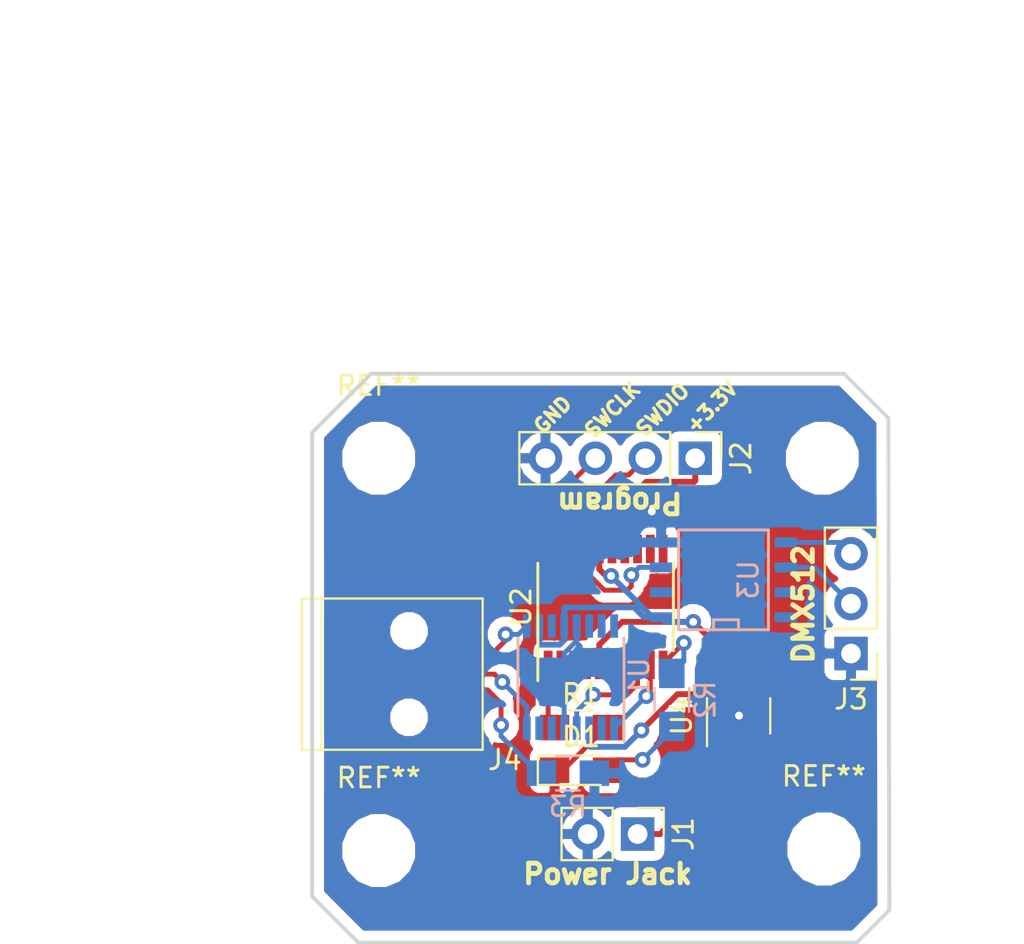
<source format=kicad_pcb>
(kicad_pcb (version 20171130) (host pcbnew "(5.0.1)-3")

  (general
    (thickness 1.6)
    (drawings 17)
    (tracks 118)
    (zones 0)
    (modules 16)
    (nets 39)
  )

  (page A4)
  (layers
    (0 F.Cu signal)
    (31 B.Cu signal)
    (32 B.Adhes user)
    (33 F.Adhes user)
    (34 B.Paste user)
    (35 F.Paste user)
    (36 B.SilkS user)
    (37 F.SilkS user)
    (38 B.Mask user)
    (39 F.Mask user)
    (40 Dwgs.User user)
    (41 Cmts.User user)
    (42 Eco1.User user)
    (43 Eco2.User user)
    (44 Edge.Cuts user)
    (45 Margin user)
    (46 B.CrtYd user)
    (47 F.CrtYd user)
    (48 B.Fab user)
    (49 F.Fab user)
  )

  (setup
    (last_trace_width 0.25)
    (trace_clearance 0.2)
    (zone_clearance 0.508)
    (zone_45_only no)
    (trace_min 0.2)
    (segment_width 0.2)
    (edge_width 0.15)
    (via_size 0.8)
    (via_drill 0.4)
    (via_min_size 0.4)
    (via_min_drill 0.3)
    (uvia_size 0.3)
    (uvia_drill 0.1)
    (uvias_allowed no)
    (uvia_min_size 0.2)
    (uvia_min_drill 0.1)
    (pcb_text_width 0.3)
    (pcb_text_size 1.5 1.5)
    (mod_edge_width 0.15)
    (mod_text_size 1 1)
    (mod_text_width 0.15)
    (pad_size 1.524 1.524)
    (pad_drill 0.762)
    (pad_to_mask_clearance 0.051)
    (solder_mask_min_width 0.25)
    (aux_axis_origin 0 0)
    (visible_elements 7FFFFFFF)
    (pcbplotparams
      (layerselection 0x010fc_ffffffff)
      (usegerberextensions false)
      (usegerberattributes false)
      (usegerberadvancedattributes false)
      (creategerberjobfile false)
      (excludeedgelayer true)
      (linewidth 0.100000)
      (plotframeref false)
      (viasonmask false)
      (mode 1)
      (useauxorigin false)
      (hpglpennumber 1)
      (hpglpenspeed 20)
      (hpglpendiameter 15.000000)
      (psnegative false)
      (psa4output false)
      (plotreference true)
      (plotvalue true)
      (plotinvisibletext false)
      (padsonsilk false)
      (subtractmaskfromsilk false)
      (outputformat 1)
      (mirror false)
      (drillshape 1)
      (scaleselection 1)
      (outputdirectory ""))
  )

  (net 0 "")
  (net 1 +3V3)
  (net 2 "Net-(U4-Pad4)")
  (net 3 /VIN)
  (net 4 GND)
  (net 5 "Net-(U3-Pad2)")
  (net 6 "Net-(U2-Pad17)")
  (net 7 "Net-(J3-Pad3)")
  (net 8 "Net-(J3-Pad2)")
  (net 9 "Net-(U3-Pad7)")
  (net 10 "Net-(U3-Pad8)")
  (net 11 "Net-(R1-Pad1)")
  (net 12 "Net-(D1-Pad2)")
  (net 13 "Net-(R2-Pad2)")
  (net 14 "Net-(J4-Pad4)")
  (net 15 /SWCLK)
  (net 16 /SWDIO)
  (net 17 "Net-(U2-Pad18)")
  (net 18 "Net-(U2-Pad14)")
  (net 19 "Net-(U2-Pad13)")
  (net 20 "Net-(U2-Pad12)")
  (net 21 "Net-(U2-Pad11)")
  (net 22 /UART_TX)
  (net 23 /UART_RX)
  (net 24 "Net-(U2-Pad7)")
  (net 25 "Net-(U2-Pad6)")
  (net 26 "Net-(U2-Pad4)")
  (net 27 "Net-(U2-Pad3)")
  (net 28 "Net-(U2-Pad2)")
  (net 29 "Net-(U1-Pad16)")
  (net 30 "Net-(U1-Pad15)")
  (net 31 "Net-(U1-Pad14)")
  (net 32 "Net-(U1-Pad11)")
  (net 33 "Net-(J4-Pad2)")
  (net 34 "Net-(J4-Pad3)")
  (net 35 "Net-(U1-Pad7)")
  (net 36 "Net-(U1-Pad6)")
  (net 37 "Net-(U1-Pad2)")
  (net 38 "Net-(J4-Pad1)")

  (net_class Default "This is the default net class."
    (clearance 0.2)
    (trace_width 0.25)
    (via_dia 0.8)
    (via_drill 0.4)
    (uvia_dia 0.3)
    (uvia_drill 0.1)
    (add_net /SWCLK)
    (add_net /SWDIO)
    (add_net /UART_RX)
    (add_net /UART_TX)
    (add_net GND)
    (add_net "Net-(D1-Pad2)")
    (add_net "Net-(J3-Pad2)")
    (add_net "Net-(J3-Pad3)")
    (add_net "Net-(J4-Pad1)")
    (add_net "Net-(J4-Pad2)")
    (add_net "Net-(J4-Pad3)")
    (add_net "Net-(J4-Pad4)")
    (add_net "Net-(R1-Pad1)")
    (add_net "Net-(R2-Pad2)")
    (add_net "Net-(U1-Pad11)")
    (add_net "Net-(U1-Pad14)")
    (add_net "Net-(U1-Pad15)")
    (add_net "Net-(U1-Pad16)")
    (add_net "Net-(U1-Pad2)")
    (add_net "Net-(U1-Pad6)")
    (add_net "Net-(U1-Pad7)")
    (add_net "Net-(U2-Pad11)")
    (add_net "Net-(U2-Pad12)")
    (add_net "Net-(U2-Pad13)")
    (add_net "Net-(U2-Pad14)")
    (add_net "Net-(U2-Pad17)")
    (add_net "Net-(U2-Pad18)")
    (add_net "Net-(U2-Pad2)")
    (add_net "Net-(U2-Pad3)")
    (add_net "Net-(U2-Pad4)")
    (add_net "Net-(U2-Pad6)")
    (add_net "Net-(U2-Pad7)")
    (add_net "Net-(U3-Pad2)")
    (add_net "Net-(U3-Pad7)")
    (add_net "Net-(U3-Pad8)")
    (add_net "Net-(U4-Pad4)")
  )

  (net_class power ""
    (clearance 0.2)
    (trace_width 0.3)
    (via_dia 0.8)
    (via_drill 0.4)
    (uvia_dia 0.3)
    (uvia_drill 0.1)
    (add_net +3V3)
    (add_net /VIN)
  )

  (module Mounting_Holes:MountingHole_2.7mm_M2.5 (layer F.Cu) (tedit 56D1B4CB) (tstamp 5BE3D093)
    (at 157.31 90.17)
    (descr "Mounting Hole 2.7mm, no annular, M2.5")
    (tags "mounting hole 2.7mm no annular m2.5")
    (attr virtual)
    (fp_text reference REF** (at 0 -3.7) (layer F.SilkS)
      (effects (font (size 1 1) (thickness 0.15)))
    )
    (fp_text value MountingHole_2.7mm_M2.5 (at 0 3.7) (layer F.Fab)
      (effects (font (size 1 1) (thickness 0.15)))
    )
    (fp_circle (center 0 0) (end 2.95 0) (layer F.CrtYd) (width 0.05))
    (fp_circle (center 0 0) (end 2.7 0) (layer Cmts.User) (width 0.15))
    (fp_text user %R (at 0.3 0) (layer F.Fab)
      (effects (font (size 1 1) (thickness 0.15)))
    )
    (pad 1 np_thru_hole circle (at 0 0) (size 2.7 2.7) (drill 2.7) (layers *.Cu *.Mask))
  )

  (module Mounting_Holes:MountingHole_2.7mm_M2.5 (layer F.Cu) (tedit 56D1B4CB) (tstamp 5BE3D085)
    (at 134.65 90.25)
    (descr "Mounting Hole 2.7mm, no annular, M2.5")
    (tags "mounting hole 2.7mm no annular m2.5")
    (attr virtual)
    (fp_text reference REF** (at 0 -3.7) (layer F.SilkS)
      (effects (font (size 1 1) (thickness 0.15)))
    )
    (fp_text value MountingHole_2.7mm_M2.5 (at 0 3.7) (layer F.Fab)
      (effects (font (size 1 1) (thickness 0.15)))
    )
    (fp_text user %R (at 0.3 0) (layer F.Fab)
      (effects (font (size 1 1) (thickness 0.15)))
    )
    (fp_circle (center 0 0) (end 2.7 0) (layer Cmts.User) (width 0.15))
    (fp_circle (center 0 0) (end 2.95 0) (layer F.CrtYd) (width 0.05))
    (pad 1 np_thru_hole circle (at 0 0) (size 2.7 2.7) (drill 2.7) (layers *.Cu *.Mask))
  )

  (module Mounting_Holes:MountingHole_2.7mm_M2.5 (layer F.Cu) (tedit 5BE3BD91) (tstamp 5BE3D077)
    (at 157.23 70.28)
    (descr "Mounting Hole 2.7mm, no annular, M2.5")
    (tags "mounting hole 2.7mm no annular m2.5")
    (attr virtual)
    (fp_text reference REF** (at 0 -3.7) (layer F.SilkS) hide
      (effects (font (size 1 1) (thickness 0.15)))
    )
    (fp_text value MountingHole_2.7mm_M2.5 (at 0 3.7) (layer F.Fab)
      (effects (font (size 1 1) (thickness 0.15)))
    )
    (fp_circle (center 0 0) (end 2.95 0) (layer F.CrtYd) (width 0.05))
    (fp_circle (center 0 0) (end 2.7 0) (layer Cmts.User) (width 0.15))
    (fp_text user %R (at 0.3 0) (layer F.Fab)
      (effects (font (size 1 1) (thickness 0.15)))
    )
    (pad 1 np_thru_hole circle (at 0 0) (size 2.7 2.7) (drill 2.7) (layers *.Cu *.Mask))
  )

  (module Connect:USB_Mini-B (layer F.Cu) (tedit 5543E571) (tstamp 5BE3B12A)
    (at 135.99 81.27)
    (descr "USB Mini-B 5-pin SMD connector")
    (tags "USB USB_B USB_Mini connector")
    (path /5BE3A8F0)
    (attr smd)
    (fp_text reference J4 (at 5.08 4.36) (layer F.SilkS)
      (effects (font (size 1 1) (thickness 0.15)))
    )
    (fp_text value USB_B_Mini (at -0.65 -7.1) (layer F.Fab)
      (effects (font (size 1 1) (thickness 0.15)))
    )
    (fp_line (start 3.95 -3.85) (end -5.25 -3.85) (layer F.SilkS) (width 0.12))
    (fp_line (start 3.95 3.85) (end 3.95 -3.85) (layer F.SilkS) (width 0.12))
    (fp_line (start -5.25 3.85) (end 3.95 3.85) (layer F.SilkS) (width 0.12))
    (fp_line (start -5.25 -3.85) (end -5.25 3.85) (layer F.SilkS) (width 0.12))
    (fp_line (start -4.25 -3.85) (end -4.25 3.85) (layer F.SilkS) (width 0.12))
    (fp_line (start -5.5 5.7) (end -5.5 -5.7) (layer F.CrtYd) (width 0.05))
    (fp_line (start 4.2 5.7) (end -5.5 5.7) (layer F.CrtYd) (width 0.05))
    (fp_line (start 4.2 -5.7) (end 4.2 5.7) (layer F.CrtYd) (width 0.05))
    (fp_line (start -5.5 -5.7) (end 4.2 -5.7) (layer F.CrtYd) (width 0.05))
    (pad "" np_thru_hole circle (at 0.2 2.2) (size 0.9 0.9) (drill 0.9) (layers *.Cu *.Mask))
    (pad "" np_thru_hole circle (at 0.2 -2.2) (size 0.9 0.9) (drill 0.9) (layers *.Cu *.Mask))
    (pad 6 smd rect (at -2.8 4.45) (size 2.5 2) (layers F.Cu F.Paste F.Mask)
      (net 4 GND))
    (pad 6 smd rect (at 2.7 4.45) (size 2.5 2) (layers F.Cu F.Paste F.Mask)
      (net 4 GND))
    (pad 6 smd rect (at -2.8 -4.45) (size 2.5 2) (layers F.Cu F.Paste F.Mask)
      (net 4 GND))
    (pad 6 smd rect (at 2.7 -4.45) (size 2.5 2) (layers F.Cu F.Paste F.Mask)
      (net 4 GND))
    (pad 5 smd rect (at 2.8 1.6) (size 2.3 0.5) (layers F.Cu F.Paste F.Mask)
      (net 4 GND))
    (pad 4 smd rect (at 2.8 0.8) (size 2.3 0.5) (layers F.Cu F.Paste F.Mask)
      (net 14 "Net-(J4-Pad4)"))
    (pad 3 smd rect (at 2.8 0) (size 2.3 0.5) (layers F.Cu F.Paste F.Mask)
      (net 34 "Net-(J4-Pad3)"))
    (pad 2 smd rect (at 2.8 -0.8) (size 2.3 0.5) (layers F.Cu F.Paste F.Mask)
      (net 33 "Net-(J4-Pad2)"))
    (pad 1 smd rect (at 2.8 -1.6) (size 2.3 0.5) (layers F.Cu F.Paste F.Mask)
      (net 38 "Net-(J4-Pad1)"))
  )

  (module Housings_SSOP:SSOP-16_3.9x4.9mm_Pitch0.635mm (layer B.Cu) (tedit 54130A77) (tstamp 5BE3C1F8)
    (at 144.41 81.42 90)
    (descr "SSOP16: plastic shrink small outline package; 16 leads; body width 3.9 mm; lead pitch 0.635; (see NXP SSOP-TSSOP-VSO-REFLOW.pdf and sot519-1_po.pdf)")
    (tags "SSOP 0.635")
    (path /5BE2B544)
    (attr smd)
    (fp_text reference U1 (at 0 3.5 90) (layer B.SilkS)
      (effects (font (size 1 1) (thickness 0.15)) (justify mirror))
    )
    (fp_text value FT230XS (at 0 -3.5 90) (layer B.Fab)
      (effects (font (size 1 1) (thickness 0.15)) (justify mirror))
    )
    (fp_text user %R (at 0 0 90) (layer B.Fab)
      (effects (font (size 0.8 0.8) (thickness 0.15)) (justify mirror))
    )
    (fp_line (start -3.275 2.725) (end 2 2.725) (layer B.SilkS) (width 0.15))
    (fp_line (start -2 -2.675) (end 2 -2.675) (layer B.SilkS) (width 0.15))
    (fp_line (start -3.45 -2.8) (end 3.45 -2.8) (layer B.CrtYd) (width 0.05))
    (fp_line (start -3.45 2.85) (end 3.45 2.85) (layer B.CrtYd) (width 0.05))
    (fp_line (start 3.45 2.85) (end 3.45 -2.8) (layer B.CrtYd) (width 0.05))
    (fp_line (start -3.45 2.85) (end -3.45 -2.8) (layer B.CrtYd) (width 0.05))
    (fp_line (start -1.95 1.45) (end -0.95 2.45) (layer B.Fab) (width 0.15))
    (fp_line (start -1.95 -2.45) (end -1.95 1.45) (layer B.Fab) (width 0.15))
    (fp_line (start 1.95 -2.45) (end -1.95 -2.45) (layer B.Fab) (width 0.15))
    (fp_line (start 1.95 2.45) (end 1.95 -2.45) (layer B.Fab) (width 0.15))
    (fp_line (start -0.95 2.45) (end 1.95 2.45) (layer B.Fab) (width 0.15))
    (pad 16 smd rect (at 2.6 2.2225 90) (size 1.2 0.4) (layers B.Cu B.Paste B.Mask)
      (net 29 "Net-(U1-Pad16)"))
    (pad 15 smd rect (at 2.6 1.5875 90) (size 1.2 0.4) (layers B.Cu B.Paste B.Mask)
      (net 30 "Net-(U1-Pad15)"))
    (pad 14 smd rect (at 2.6 0.9525 90) (size 1.2 0.4) (layers B.Cu B.Paste B.Mask)
      (net 31 "Net-(U1-Pad14)"))
    (pad 13 smd rect (at 2.6 0.3175 90) (size 1.2 0.4) (layers B.Cu B.Paste B.Mask)
      (net 4 GND))
    (pad 12 smd rect (at 2.6 -0.3175 90) (size 1.2 0.4) (layers B.Cu B.Paste B.Mask)
      (net 1 +3V3))
    (pad 11 smd rect (at 2.6 -0.9525 90) (size 1.2 0.4) (layers B.Cu B.Paste B.Mask)
      (net 32 "Net-(U1-Pad11)"))
    (pad 10 smd rect (at 2.6 -1.5875 90) (size 1.2 0.4) (layers B.Cu B.Paste B.Mask)
      (net 1 +3V3))
    (pad 9 smd rect (at 2.6 -2.2225 90) (size 1.2 0.4) (layers B.Cu B.Paste B.Mask)
      (net 33 "Net-(J4-Pad2)"))
    (pad 8 smd rect (at -2.6 -2.2225 90) (size 1.2 0.4) (layers B.Cu B.Paste B.Mask)
      (net 34 "Net-(J4-Pad3)"))
    (pad 7 smd rect (at -2.6 -1.5875 90) (size 1.2 0.4) (layers B.Cu B.Paste B.Mask)
      (net 35 "Net-(U1-Pad7)"))
    (pad 6 smd rect (at -2.6 -0.9525 90) (size 1.2 0.4) (layers B.Cu B.Paste B.Mask)
      (net 36 "Net-(U1-Pad6)"))
    (pad 5 smd rect (at -2.6 -0.3175 90) (size 1.2 0.4) (layers B.Cu B.Paste B.Mask)
      (net 4 GND))
    (pad 4 smd rect (at -2.6 0.3175 90) (size 1.2 0.4) (layers B.Cu B.Paste B.Mask)
      (net 23 /UART_RX))
    (pad 3 smd rect (at -2.6 0.9525 90) (size 1.2 0.4) (layers B.Cu B.Paste B.Mask)
      (net 1 +3V3))
    (pad 2 smd rect (at -2.6 1.5875 90) (size 1.2 0.4) (layers B.Cu B.Paste B.Mask)
      (net 37 "Net-(U1-Pad2)"))
    (pad 1 smd rect (at -2.6 2.2225 90) (size 1.2 0.4) (layers B.Cu B.Paste B.Mask)
      (net 22 /UART_TX))
    (model ${KISYS3DMOD}/Housings_SSOP.3dshapes/SSOP-16_3.9x4.9mm_Pitch0.635mm.wrl
      (at (xyz 0 0 0))
      (scale (xyz 1 1 1))
      (rotate (xyz 0 0 0))
    )
  )

  (module Housings_SSOP:TSSOP-20_4.4x6.5mm_Pitch0.65mm (layer F.Cu) (tedit 54130A77) (tstamp 5BE3C2C3)
    (at 146.2 77.85 90)
    (descr "20-Lead Plastic Thin Shrink Small Outline (ST)-4.4 mm Body [TSSOP] (see Microchip Packaging Specification 00000049BS.pdf)")
    (tags "SSOP 0.65")
    (path /5BE28F3C)
    (attr smd)
    (fp_text reference U2 (at 0 -4.3 90) (layer F.SilkS)
      (effects (font (size 1 1) (thickness 0.15)))
    )
    (fp_text value STM32F070F6Px (at 0 4.3 90) (layer F.Fab)
      (effects (font (size 1 1) (thickness 0.15)))
    )
    (fp_text user %R (at 0 0 90) (layer F.Fab)
      (effects (font (size 0.8 0.8) (thickness 0.15)))
    )
    (fp_line (start -3.75 -3.45) (end 2.225 -3.45) (layer F.SilkS) (width 0.15))
    (fp_line (start -2.225 3.45) (end 2.225 3.45) (layer F.SilkS) (width 0.15))
    (fp_line (start -3.95 3.55) (end 3.95 3.55) (layer F.CrtYd) (width 0.05))
    (fp_line (start -3.95 -3.55) (end 3.95 -3.55) (layer F.CrtYd) (width 0.05))
    (fp_line (start 3.95 -3.55) (end 3.95 3.55) (layer F.CrtYd) (width 0.05))
    (fp_line (start -3.95 -3.55) (end -3.95 3.55) (layer F.CrtYd) (width 0.05))
    (fp_line (start -2.2 -2.25) (end -1.2 -3.25) (layer F.Fab) (width 0.15))
    (fp_line (start -2.2 3.25) (end -2.2 -2.25) (layer F.Fab) (width 0.15))
    (fp_line (start 2.2 3.25) (end -2.2 3.25) (layer F.Fab) (width 0.15))
    (fp_line (start 2.2 -3.25) (end 2.2 3.25) (layer F.Fab) (width 0.15))
    (fp_line (start -1.2 -3.25) (end 2.2 -3.25) (layer F.Fab) (width 0.15))
    (pad 20 smd rect (at 2.95 -2.925 90) (size 1.45 0.45) (layers F.Cu F.Paste F.Mask)
      (net 15 /SWCLK))
    (pad 19 smd rect (at 2.95 -2.275 90) (size 1.45 0.45) (layers F.Cu F.Paste F.Mask)
      (net 16 /SWDIO))
    (pad 18 smd rect (at 2.95 -1.625 90) (size 1.45 0.45) (layers F.Cu F.Paste F.Mask)
      (net 17 "Net-(U2-Pad18)"))
    (pad 17 smd rect (at 2.95 -0.975 90) (size 1.45 0.45) (layers F.Cu F.Paste F.Mask)
      (net 6 "Net-(U2-Pad17)"))
    (pad 16 smd rect (at 2.95 -0.325 90) (size 1.45 0.45) (layers F.Cu F.Paste F.Mask)
      (net 1 +3V3))
    (pad 15 smd rect (at 2.95 0.325 90) (size 1.45 0.45) (layers F.Cu F.Paste F.Mask)
      (net 4 GND))
    (pad 14 smd rect (at 2.95 0.975 90) (size 1.45 0.45) (layers F.Cu F.Paste F.Mask)
      (net 18 "Net-(U2-Pad14)"))
    (pad 13 smd rect (at 2.95 1.625 90) (size 1.45 0.45) (layers F.Cu F.Paste F.Mask)
      (net 19 "Net-(U2-Pad13)"))
    (pad 12 smd rect (at 2.95 2.275 90) (size 1.45 0.45) (layers F.Cu F.Paste F.Mask)
      (net 20 "Net-(U2-Pad12)"))
    (pad 11 smd rect (at 2.95 2.925 90) (size 1.45 0.45) (layers F.Cu F.Paste F.Mask)
      (net 21 "Net-(U2-Pad11)"))
    (pad 10 smd rect (at -2.95 2.925 90) (size 1.45 0.45) (layers F.Cu F.Paste F.Mask)
      (net 13 "Net-(R2-Pad2)"))
    (pad 9 smd rect (at -2.95 2.275 90) (size 1.45 0.45) (layers F.Cu F.Paste F.Mask)
      (net 22 /UART_TX))
    (pad 8 smd rect (at -2.95 1.625 90) (size 1.45 0.45) (layers F.Cu F.Paste F.Mask)
      (net 23 /UART_RX))
    (pad 7 smd rect (at -2.95 0.975 90) (size 1.45 0.45) (layers F.Cu F.Paste F.Mask)
      (net 24 "Net-(U2-Pad7)"))
    (pad 6 smd rect (at -2.95 0.325 90) (size 1.45 0.45) (layers F.Cu F.Paste F.Mask)
      (net 25 "Net-(U2-Pad6)"))
    (pad 5 smd rect (at -2.95 -0.325 90) (size 1.45 0.45) (layers F.Cu F.Paste F.Mask)
      (net 1 +3V3))
    (pad 4 smd rect (at -2.95 -0.975 90) (size 1.45 0.45) (layers F.Cu F.Paste F.Mask)
      (net 26 "Net-(U2-Pad4)"))
    (pad 3 smd rect (at -2.95 -1.625 90) (size 1.45 0.45) (layers F.Cu F.Paste F.Mask)
      (net 27 "Net-(U2-Pad3)"))
    (pad 2 smd rect (at -2.95 -2.275 90) (size 1.45 0.45) (layers F.Cu F.Paste F.Mask)
      (net 28 "Net-(U2-Pad2)"))
    (pad 1 smd rect (at -2.95 -2.925 90) (size 1.45 0.45) (layers F.Cu F.Paste F.Mask)
      (net 11 "Net-(R1-Pad1)"))
    (model ${KISYS3DMOD}/Housings_SSOP.3dshapes/TSSOP-20_4.4x6.5mm_Pitch0.65mm.wrl
      (at (xyz 0 0 0))
      (scale (xyz 1 1 1))
      (rotate (xyz 0 0 0))
    )
  )

  (module LEDs:LED_0805_HandSoldering (layer F.Cu) (tedit 595FCA25) (tstamp 5BE3BFB7)
    (at 144.95 86.16)
    (descr "Resistor SMD 0805, hand soldering")
    (tags "resistor 0805")
    (path /5BE2A9BA)
    (attr smd)
    (fp_text reference D1 (at 0 -1.7) (layer F.SilkS)
      (effects (font (size 1 1) (thickness 0.15)))
    )
    (fp_text value LED_Small (at 0 1.75) (layer F.Fab)
      (effects (font (size 1 1) (thickness 0.15)))
    )
    (fp_line (start -2.2 -0.75) (end -2.2 0.75) (layer F.SilkS) (width 0.12))
    (fp_line (start 2.35 0.9) (end -2.35 0.9) (layer F.CrtYd) (width 0.05))
    (fp_line (start 2.35 0.9) (end 2.35 -0.9) (layer F.CrtYd) (width 0.05))
    (fp_line (start -2.35 -0.9) (end -2.35 0.9) (layer F.CrtYd) (width 0.05))
    (fp_line (start -2.35 -0.9) (end 2.35 -0.9) (layer F.CrtYd) (width 0.05))
    (fp_line (start -2.2 -0.75) (end 1 -0.75) (layer F.SilkS) (width 0.12))
    (fp_line (start 1 0.75) (end -2.2 0.75) (layer F.SilkS) (width 0.12))
    (fp_line (start -1 -0.62) (end 1 -0.62) (layer F.Fab) (width 0.1))
    (fp_line (start 1 -0.62) (end 1 0.62) (layer F.Fab) (width 0.1))
    (fp_line (start 1 0.62) (end -1 0.62) (layer F.Fab) (width 0.1))
    (fp_line (start -1 0.62) (end -1 -0.62) (layer F.Fab) (width 0.1))
    (fp_line (start 0.2 -0.4) (end 0.2 0.4) (layer F.Fab) (width 0.1))
    (fp_line (start 0.2 0.4) (end -0.4 0) (layer F.Fab) (width 0.1))
    (fp_line (start -0.4 0) (end 0.2 -0.4) (layer F.Fab) (width 0.1))
    (fp_line (start -0.4 -0.4) (end -0.4 0.4) (layer F.Fab) (width 0.1))
    (pad 2 smd rect (at 1.35 0) (size 1.5 1.3) (layers F.Cu F.Paste F.Mask)
      (net 12 "Net-(D1-Pad2)"))
    (pad 1 smd rect (at -1.35 0) (size 1.5 1.3) (layers F.Cu F.Paste F.Mask)
      (net 4 GND))
    (model ${KISYS3DMOD}/LEDs.3dshapes/LED_0805.wrl
      (at (xyz 0 0 0))
      (scale (xyz 1 1 1))
      (rotate (xyz 0 0 0))
    )
  )

  (module Pin_Headers:Pin_Header_Straight_1x02_Pitch2.54mm (layer F.Cu) (tedit 59650532) (tstamp 5BE3B0B9)
    (at 147.828 89.408 270)
    (descr "Through hole straight pin header, 1x02, 2.54mm pitch, single row")
    (tags "Through hole pin header THT 1x02 2.54mm single row")
    (path /5BE3B916)
    (fp_text reference J1 (at 0 -2.33 270) (layer F.SilkS)
      (effects (font (size 1 1) (thickness 0.15)))
    )
    (fp_text value Barrel_Jack (at 0 4.87 270) (layer F.Fab)
      (effects (font (size 1 1) (thickness 0.15)))
    )
    (fp_text user %R (at 0 1.27) (layer F.Fab)
      (effects (font (size 1 1) (thickness 0.15)))
    )
    (fp_line (start 1.8 -1.8) (end -1.8 -1.8) (layer F.CrtYd) (width 0.05))
    (fp_line (start 1.8 4.35) (end 1.8 -1.8) (layer F.CrtYd) (width 0.05))
    (fp_line (start -1.8 4.35) (end 1.8 4.35) (layer F.CrtYd) (width 0.05))
    (fp_line (start -1.8 -1.8) (end -1.8 4.35) (layer F.CrtYd) (width 0.05))
    (fp_line (start -1.33 -1.33) (end 0 -1.33) (layer F.SilkS) (width 0.12))
    (fp_line (start -1.33 0) (end -1.33 -1.33) (layer F.SilkS) (width 0.12))
    (fp_line (start -1.33 1.27) (end 1.33 1.27) (layer F.SilkS) (width 0.12))
    (fp_line (start 1.33 1.27) (end 1.33 3.87) (layer F.SilkS) (width 0.12))
    (fp_line (start -1.33 1.27) (end -1.33 3.87) (layer F.SilkS) (width 0.12))
    (fp_line (start -1.33 3.87) (end 1.33 3.87) (layer F.SilkS) (width 0.12))
    (fp_line (start -1.27 -0.635) (end -0.635 -1.27) (layer F.Fab) (width 0.1))
    (fp_line (start -1.27 3.81) (end -1.27 -0.635) (layer F.Fab) (width 0.1))
    (fp_line (start 1.27 3.81) (end -1.27 3.81) (layer F.Fab) (width 0.1))
    (fp_line (start 1.27 -1.27) (end 1.27 3.81) (layer F.Fab) (width 0.1))
    (fp_line (start -0.635 -1.27) (end 1.27 -1.27) (layer F.Fab) (width 0.1))
    (pad 2 thru_hole oval (at 0 2.54 270) (size 1.7 1.7) (drill 1) (layers *.Cu *.Mask)
      (net 4 GND))
    (pad 1 thru_hole rect (at 0 0 270) (size 1.7 1.7) (drill 1) (layers *.Cu *.Mask)
      (net 3 /VIN))
    (model ${KISYS3DMOD}/Pin_Headers.3dshapes/Pin_Header_Straight_1x02_Pitch2.54mm.wrl
      (at (xyz 0 0 0))
      (scale (xyz 1 1 1))
      (rotate (xyz 0 0 0))
    )
  )

  (module Pin_Headers:Pin_Header_Straight_1x03_Pitch2.54mm (layer F.Cu) (tedit 59650532) (tstamp 5BE3C52B)
    (at 158.69 80.22 180)
    (descr "Through hole straight pin header, 1x03, 2.54mm pitch, single row")
    (tags "Through hole pin header THT 1x03 2.54mm single row")
    (path /5BE2AEA6)
    (fp_text reference J3 (at 0 -2.33 180) (layer F.SilkS)
      (effects (font (size 1 1) (thickness 0.15)))
    )
    (fp_text value XLR3 (at 0 7.41 180) (layer F.Fab)
      (effects (font (size 1 1) (thickness 0.15)))
    )
    (fp_text user %R (at 0 2.54 270) (layer F.Fab)
      (effects (font (size 1 1) (thickness 0.15)))
    )
    (fp_line (start 1.8 -1.8) (end -1.8 -1.8) (layer F.CrtYd) (width 0.05))
    (fp_line (start 1.8 6.85) (end 1.8 -1.8) (layer F.CrtYd) (width 0.05))
    (fp_line (start -1.8 6.85) (end 1.8 6.85) (layer F.CrtYd) (width 0.05))
    (fp_line (start -1.8 -1.8) (end -1.8 6.85) (layer F.CrtYd) (width 0.05))
    (fp_line (start -1.33 -1.33) (end 0 -1.33) (layer F.SilkS) (width 0.12))
    (fp_line (start -1.33 0) (end -1.33 -1.33) (layer F.SilkS) (width 0.12))
    (fp_line (start -1.33 1.27) (end 1.33 1.27) (layer F.SilkS) (width 0.12))
    (fp_line (start 1.33 1.27) (end 1.33 6.41) (layer F.SilkS) (width 0.12))
    (fp_line (start -1.33 1.27) (end -1.33 6.41) (layer F.SilkS) (width 0.12))
    (fp_line (start -1.33 6.41) (end 1.33 6.41) (layer F.SilkS) (width 0.12))
    (fp_line (start -1.27 -0.635) (end -0.635 -1.27) (layer F.Fab) (width 0.1))
    (fp_line (start -1.27 6.35) (end -1.27 -0.635) (layer F.Fab) (width 0.1))
    (fp_line (start 1.27 6.35) (end -1.27 6.35) (layer F.Fab) (width 0.1))
    (fp_line (start 1.27 -1.27) (end 1.27 6.35) (layer F.Fab) (width 0.1))
    (fp_line (start -0.635 -1.27) (end 1.27 -1.27) (layer F.Fab) (width 0.1))
    (pad 3 thru_hole oval (at 0 5.08 180) (size 1.7 1.7) (drill 1) (layers *.Cu *.Mask)
      (net 7 "Net-(J3-Pad3)"))
    (pad 2 thru_hole oval (at 0 2.54 180) (size 1.7 1.7) (drill 1) (layers *.Cu *.Mask)
      (net 8 "Net-(J3-Pad2)"))
    (pad 1 thru_hole rect (at 0 0 180) (size 1.7 1.7) (drill 1) (layers *.Cu *.Mask)
      (net 4 GND))
    (model ${KISYS3DMOD}/Pin_Headers.3dshapes/Pin_Header_Straight_1x03_Pitch2.54mm.wrl
      (at (xyz 0 0 0))
      (scale (xyz 1 1 1))
      (rotate (xyz 0 0 0))
    )
  )

  (module Pin_Headers:Pin_Header_Straight_1x04_Pitch2.54mm (layer F.Cu) (tedit 59650532) (tstamp 5BE3B08C)
    (at 150.76 70.28 270)
    (descr "Through hole straight pin header, 1x04, 2.54mm pitch, single row")
    (tags "Through hole pin header THT 1x04 2.54mm single row")
    (path /5BE29734)
    (fp_text reference J2 (at 0 -2.33 270) (layer F.SilkS)
      (effects (font (size 1 1) (thickness 0.15)))
    )
    (fp_text value Conn_01x04 (at 0 9.95 270) (layer F.Fab)
      (effects (font (size 1 1) (thickness 0.15)))
    )
    (fp_text user %R (at 0 3.81) (layer F.Fab)
      (effects (font (size 1 1) (thickness 0.15)))
    )
    (fp_line (start 1.8 -1.8) (end -1.8 -1.8) (layer F.CrtYd) (width 0.05))
    (fp_line (start 1.8 9.4) (end 1.8 -1.8) (layer F.CrtYd) (width 0.05))
    (fp_line (start -1.8 9.4) (end 1.8 9.4) (layer F.CrtYd) (width 0.05))
    (fp_line (start -1.8 -1.8) (end -1.8 9.4) (layer F.CrtYd) (width 0.05))
    (fp_line (start -1.33 -1.33) (end 0 -1.33) (layer F.SilkS) (width 0.12))
    (fp_line (start -1.33 0) (end -1.33 -1.33) (layer F.SilkS) (width 0.12))
    (fp_line (start -1.33 1.27) (end 1.33 1.27) (layer F.SilkS) (width 0.12))
    (fp_line (start 1.33 1.27) (end 1.33 8.95) (layer F.SilkS) (width 0.12))
    (fp_line (start -1.33 1.27) (end -1.33 8.95) (layer F.SilkS) (width 0.12))
    (fp_line (start -1.33 8.95) (end 1.33 8.95) (layer F.SilkS) (width 0.12))
    (fp_line (start -1.27 -0.635) (end -0.635 -1.27) (layer F.Fab) (width 0.1))
    (fp_line (start -1.27 8.89) (end -1.27 -0.635) (layer F.Fab) (width 0.1))
    (fp_line (start 1.27 8.89) (end -1.27 8.89) (layer F.Fab) (width 0.1))
    (fp_line (start 1.27 -1.27) (end 1.27 8.89) (layer F.Fab) (width 0.1))
    (fp_line (start -0.635 -1.27) (end 1.27 -1.27) (layer F.Fab) (width 0.1))
    (pad 4 thru_hole oval (at 0 7.62 270) (size 1.7 1.7) (drill 1) (layers *.Cu *.Mask)
      (net 4 GND))
    (pad 3 thru_hole oval (at 0 5.08 270) (size 1.7 1.7) (drill 1) (layers *.Cu *.Mask)
      (net 15 /SWCLK))
    (pad 2 thru_hole oval (at 0 2.54 270) (size 1.7 1.7) (drill 1) (layers *.Cu *.Mask)
      (net 16 /SWDIO))
    (pad 1 thru_hole rect (at 0 0 270) (size 1.7 1.7) (drill 1) (layers *.Cu *.Mask)
      (net 1 +3V3))
    (model ${KISYS3DMOD}/Pin_Headers.3dshapes/Pin_Header_Straight_1x04_Pitch2.54mm.wrl
      (at (xyz 0 0 0))
      (scale (xyz 1 1 1))
      (rotate (xyz 0 0 0))
    )
  )

  (module Resistors_SMD:R_0805_HandSoldering (layer B.Cu) (tedit 58E0A804) (tstamp 5BE3BFEF)
    (at 144.28 86.31)
    (descr "Resistor SMD 0805, hand soldering")
    (tags "resistor 0805")
    (path /5BE3A953)
    (attr smd)
    (fp_text reference R3 (at 0 1.7) (layer B.SilkS)
      (effects (font (size 1 1) (thickness 0.15)) (justify mirror))
    )
    (fp_text value 100k (at 0 -1.75) (layer B.Fab)
      (effects (font (size 1 1) (thickness 0.15)) (justify mirror))
    )
    (fp_line (start 2.35 -0.9) (end -2.35 -0.9) (layer B.CrtYd) (width 0.05))
    (fp_line (start 2.35 -0.9) (end 2.35 0.9) (layer B.CrtYd) (width 0.05))
    (fp_line (start -2.35 0.9) (end -2.35 -0.9) (layer B.CrtYd) (width 0.05))
    (fp_line (start -2.35 0.9) (end 2.35 0.9) (layer B.CrtYd) (width 0.05))
    (fp_line (start -0.6 0.88) (end 0.6 0.88) (layer B.SilkS) (width 0.12))
    (fp_line (start 0.6 -0.88) (end -0.6 -0.88) (layer B.SilkS) (width 0.12))
    (fp_line (start -1 0.62) (end 1 0.62) (layer B.Fab) (width 0.1))
    (fp_line (start 1 0.62) (end 1 -0.62) (layer B.Fab) (width 0.1))
    (fp_line (start 1 -0.62) (end -1 -0.62) (layer B.Fab) (width 0.1))
    (fp_line (start -1 -0.62) (end -1 0.62) (layer B.Fab) (width 0.1))
    (fp_text user %R (at 0 0) (layer B.Fab)
      (effects (font (size 0.5 0.5) (thickness 0.075)) (justify mirror))
    )
    (pad 2 smd rect (at 1.35 0) (size 1.5 1.3) (layers B.Cu B.Paste B.Mask)
      (net 4 GND))
    (pad 1 smd rect (at -1.35 0) (size 1.5 1.3) (layers B.Cu B.Paste B.Mask)
      (net 14 "Net-(J4-Pad4)"))
    (model ${KISYS3DMOD}/Resistors_SMD.3dshapes/R_0805.wrl
      (at (xyz 0 0 0))
      (scale (xyz 1 1 1))
      (rotate (xyz 0 0 0))
    )
  )

  (module Resistors_SMD:R_0805_HandSoldering (layer B.Cu) (tedit 58E0A804) (tstamp 5BE3BF83)
    (at 149.57 82.58 90)
    (descr "Resistor SMD 0805, hand soldering")
    (tags "resistor 0805")
    (path /5BE2AABA)
    (attr smd)
    (fp_text reference R2 (at 0 1.7 90) (layer B.SilkS)
      (effects (font (size 1 1) (thickness 0.15)) (justify mirror))
    )
    (fp_text value 10k (at 0 -1.75 90) (layer B.Fab)
      (effects (font (size 1 1) (thickness 0.15)) (justify mirror))
    )
    (fp_text user %R (at 0 0 90) (layer B.Fab)
      (effects (font (size 0.5 0.5) (thickness 0.075)) (justify mirror))
    )
    (fp_line (start -1 -0.62) (end -1 0.62) (layer B.Fab) (width 0.1))
    (fp_line (start 1 -0.62) (end -1 -0.62) (layer B.Fab) (width 0.1))
    (fp_line (start 1 0.62) (end 1 -0.62) (layer B.Fab) (width 0.1))
    (fp_line (start -1 0.62) (end 1 0.62) (layer B.Fab) (width 0.1))
    (fp_line (start 0.6 -0.88) (end -0.6 -0.88) (layer B.SilkS) (width 0.12))
    (fp_line (start -0.6 0.88) (end 0.6 0.88) (layer B.SilkS) (width 0.12))
    (fp_line (start -2.35 0.9) (end 2.35 0.9) (layer B.CrtYd) (width 0.05))
    (fp_line (start -2.35 0.9) (end -2.35 -0.9) (layer B.CrtYd) (width 0.05))
    (fp_line (start 2.35 -0.9) (end 2.35 0.9) (layer B.CrtYd) (width 0.05))
    (fp_line (start 2.35 -0.9) (end -2.35 -0.9) (layer B.CrtYd) (width 0.05))
    (pad 1 smd rect (at -1.35 0 90) (size 1.5 1.3) (layers B.Cu B.Paste B.Mask)
      (net 12 "Net-(D1-Pad2)"))
    (pad 2 smd rect (at 1.35 0 90) (size 1.5 1.3) (layers B.Cu B.Paste B.Mask)
      (net 13 "Net-(R2-Pad2)"))
    (model ${KISYS3DMOD}/Resistors_SMD.3dshapes/R_0805.wrl
      (at (xyz 0 0 0))
      (scale (xyz 1 1 1))
      (rotate (xyz 0 0 0))
    )
  )

  (module Resistors_SMD:R_0805_HandSoldering (layer F.Cu) (tedit 58E0A804) (tstamp 5BE3B052)
    (at 144.95 83.99)
    (descr "Resistor SMD 0805, hand soldering")
    (tags "resistor 0805")
    (path /5BE2945E)
    (attr smd)
    (fp_text reference R1 (at 0 -1.7) (layer F.SilkS)
      (effects (font (size 1 1) (thickness 0.15)))
    )
    (fp_text value 10k (at 0 1.75) (layer F.Fab)
      (effects (font (size 1 1) (thickness 0.15)))
    )
    (fp_line (start 2.35 0.9) (end -2.35 0.9) (layer F.CrtYd) (width 0.05))
    (fp_line (start 2.35 0.9) (end 2.35 -0.9) (layer F.CrtYd) (width 0.05))
    (fp_line (start -2.35 -0.9) (end -2.35 0.9) (layer F.CrtYd) (width 0.05))
    (fp_line (start -2.35 -0.9) (end 2.35 -0.9) (layer F.CrtYd) (width 0.05))
    (fp_line (start -0.6 -0.88) (end 0.6 -0.88) (layer F.SilkS) (width 0.12))
    (fp_line (start 0.6 0.88) (end -0.6 0.88) (layer F.SilkS) (width 0.12))
    (fp_line (start -1 -0.62) (end 1 -0.62) (layer F.Fab) (width 0.1))
    (fp_line (start 1 -0.62) (end 1 0.62) (layer F.Fab) (width 0.1))
    (fp_line (start 1 0.62) (end -1 0.62) (layer F.Fab) (width 0.1))
    (fp_line (start -1 0.62) (end -1 -0.62) (layer F.Fab) (width 0.1))
    (fp_text user %R (at 0 0) (layer F.Fab)
      (effects (font (size 0.5 0.5) (thickness 0.075)))
    )
    (pad 2 smd rect (at 1.35 0) (size 1.5 1.3) (layers F.Cu F.Paste F.Mask)
      (net 4 GND))
    (pad 1 smd rect (at -1.35 0) (size 1.5 1.3) (layers F.Cu F.Paste F.Mask)
      (net 11 "Net-(R1-Pad1)"))
    (model ${KISYS3DMOD}/Resistors_SMD.3dshapes/R_0805.wrl
      (at (xyz 0 0 0))
      (scale (xyz 1 1 1))
      (rotate (xyz 0 0 0))
    )
  )

  (module SMD_Packages:SOIC-8-N (layer B.Cu) (tedit 0) (tstamp 5BE3B041)
    (at 152.2 76.47 90)
    (descr "Module Narrow CMS SOJ 8 pins large")
    (tags "CMS SOJ")
    (path /5BE2A741)
    (attr smd)
    (fp_text reference U3 (at 0 1.27 90) (layer B.SilkS)
      (effects (font (size 1 1) (thickness 0.15)) (justify mirror))
    )
    (fp_text value ISL83490 (at 0 -1.27 90) (layer B.Fab)
      (effects (font (size 1 1) (thickness 0.15)) (justify mirror))
    )
    (fp_line (start -2.032 -0.508) (end -2.54 -0.508) (layer B.SilkS) (width 0.15))
    (fp_line (start -2.032 0.762) (end -2.032 -0.508) (layer B.SilkS) (width 0.15))
    (fp_line (start -2.54 0.762) (end -2.032 0.762) (layer B.SilkS) (width 0.15))
    (fp_line (start -2.54 -2.286) (end -2.54 2.286) (layer B.SilkS) (width 0.15))
    (fp_line (start 2.54 -2.286) (end -2.54 -2.286) (layer B.SilkS) (width 0.15))
    (fp_line (start 2.54 2.286) (end 2.54 -2.286) (layer B.SilkS) (width 0.15))
    (fp_line (start -2.54 2.286) (end 2.54 2.286) (layer B.SilkS) (width 0.15))
    (pad 1 smd rect (at -1.905 -3.175 90) (size 0.508 1.143) (layers B.Cu B.Paste B.Mask)
      (net 1 +3V3))
    (pad 2 smd rect (at -0.635 -3.175 90) (size 0.508 1.143) (layers B.Cu B.Paste B.Mask)
      (net 5 "Net-(U3-Pad2)"))
    (pad 3 smd rect (at 0.635 -3.175 90) (size 0.508 1.143) (layers B.Cu B.Paste B.Mask)
      (net 6 "Net-(U2-Pad17)"))
    (pad 4 smd rect (at 1.905 -3.175 90) (size 0.508 1.143) (layers B.Cu B.Paste B.Mask)
      (net 4 GND))
    (pad 5 smd rect (at 1.905 3.175 90) (size 0.508 1.143) (layers B.Cu B.Paste B.Mask)
      (net 7 "Net-(J3-Pad3)"))
    (pad 6 smd rect (at 0.635 3.175 90) (size 0.508 1.143) (layers B.Cu B.Paste B.Mask)
      (net 8 "Net-(J3-Pad2)"))
    (pad 7 smd rect (at -0.635 3.175 90) (size 0.508 1.143) (layers B.Cu B.Paste B.Mask)
      (net 9 "Net-(U3-Pad7)"))
    (pad 8 smd rect (at -1.905 3.175 90) (size 0.508 1.143) (layers B.Cu B.Paste B.Mask)
      (net 10 "Net-(U3-Pad8)"))
    (model SMD_Packages.3dshapes/SOIC-8-N.wrl
      (at (xyz 0 0 0))
      (scale (xyz 0.5 0.38 0.5))
      (rotate (xyz 0 0 0))
    )
  )

  (module TO_SOT_Packages_SMD:SOT-23-5 (layer F.Cu) (tedit 58CE4E7E) (tstamp 5BE3C7B1)
    (at 152.97 83.39 90)
    (descr "5-pin SOT23 package")
    (tags SOT-23-5)
    (path /5BE3B874)
    (attr smd)
    (fp_text reference U4 (at 0 -2.9 90) (layer F.SilkS)
      (effects (font (size 1 1) (thickness 0.15)))
    )
    (fp_text value MIC5504-3.3YM5 (at 0 2.9 90) (layer F.Fab)
      (effects (font (size 1 1) (thickness 0.15)))
    )
    (fp_line (start 0.9 -1.55) (end 0.9 1.55) (layer F.Fab) (width 0.1))
    (fp_line (start 0.9 1.55) (end -0.9 1.55) (layer F.Fab) (width 0.1))
    (fp_line (start -0.9 -0.9) (end -0.9 1.55) (layer F.Fab) (width 0.1))
    (fp_line (start 0.9 -1.55) (end -0.25 -1.55) (layer F.Fab) (width 0.1))
    (fp_line (start -0.9 -0.9) (end -0.25 -1.55) (layer F.Fab) (width 0.1))
    (fp_line (start -1.9 1.8) (end -1.9 -1.8) (layer F.CrtYd) (width 0.05))
    (fp_line (start 1.9 1.8) (end -1.9 1.8) (layer F.CrtYd) (width 0.05))
    (fp_line (start 1.9 -1.8) (end 1.9 1.8) (layer F.CrtYd) (width 0.05))
    (fp_line (start -1.9 -1.8) (end 1.9 -1.8) (layer F.CrtYd) (width 0.05))
    (fp_line (start 0.9 -1.61) (end -1.55 -1.61) (layer F.SilkS) (width 0.12))
    (fp_line (start -0.9 1.61) (end 0.9 1.61) (layer F.SilkS) (width 0.12))
    (fp_text user %R (at 0 0 180) (layer F.Fab)
      (effects (font (size 0.5 0.5) (thickness 0.075)))
    )
    (pad 5 smd rect (at 1.1 -0.95 90) (size 1.06 0.65) (layers F.Cu F.Paste F.Mask)
      (net 1 +3V3))
    (pad 4 smd rect (at 1.1 0.95 90) (size 1.06 0.65) (layers F.Cu F.Paste F.Mask)
      (net 2 "Net-(U4-Pad4)"))
    (pad 3 smd rect (at -1.1 0.95 90) (size 1.06 0.65) (layers F.Cu F.Paste F.Mask)
      (net 3 /VIN))
    (pad 2 smd rect (at -1.1 0 90) (size 1.06 0.65) (layers F.Cu F.Paste F.Mask)
      (net 4 GND))
    (pad 1 smd rect (at -1.1 -0.95 90) (size 1.06 0.65) (layers F.Cu F.Paste F.Mask)
      (net 3 /VIN))
    (model ${KISYS3DMOD}/TO_SOT_Packages_SMD.3dshapes/SOT-23-5.wrl
      (at (xyz 0 0 0))
      (scale (xyz 1 1 1))
      (rotate (xyz 0 0 0))
    )
  )

  (module Mounting_Holes:MountingHole_2.7mm_M2.5 (layer F.Cu) (tedit 56D1B4CB) (tstamp 5BE3D06E)
    (at 134.65 70.28)
    (descr "Mounting Hole 2.7mm, no annular, M2.5")
    (tags "mounting hole 2.7mm no annular m2.5")
    (attr virtual)
    (fp_text reference REF** (at 0 -3.7) (layer F.SilkS)
      (effects (font (size 1 1) (thickness 0.15)))
    )
    (fp_text value MountingHole_2.7mm_M2.5 (at 0 3.7) (layer F.Fab)
      (effects (font (size 1 1) (thickness 0.15)))
    )
    (fp_text user %R (at 0.3 0) (layer F.Fab)
      (effects (font (size 1 1) (thickness 0.15)))
    )
    (fp_circle (center 0 0) (end 2.7 0) (layer Cmts.User) (width 0.15))
    (fp_circle (center 0 0) (end 2.95 0) (layer F.CrtYd) (width 0.05))
    (pad 1 np_thru_hole circle (at 0 0) (size 2.7 2.7) (drill 2.7) (layers *.Cu *.Mask))
  )

  (gr_text GND (at 143.51 68.072 45) (layer F.SilkS) (tstamp 5BE3D13B)
    (effects (font (size 0.7 0.7) (thickness 0.175)))
  )
  (gr_text +3.3V (at 151.6 67.68 45) (layer F.SilkS) (tstamp 5BE3D136)
    (effects (font (size 0.7 0.7) (thickness 0.175)))
  )
  (gr_text SWDIO (at 149.098 67.818 45) (layer F.SilkS) (tstamp 5BE3D12C)
    (effects (font (size 0.7 0.7) (thickness 0.175)))
  )
  (gr_text SWCLK (at 146.558 67.818 45) (layer F.SilkS) (tstamp 5BE3D11B)
    (effects (font (size 0.7 0.7) (thickness 0.175)))
  )
  (gr_text Program (at 146.92 72.56 180) (layer F.SilkS) (tstamp 5BE3D0F4)
    (effects (font (size 1 1) (thickness 0.25)))
  )
  (gr_text DMX512 (at 156.27 77.71 90) (layer F.SilkS) (tstamp 5BE3D0EF)
    (effects (font (size 1 1) (thickness 0.25)))
  )
  (gr_text "Power Jack" (at 146.304 91.44) (layer F.SilkS)
    (effects (font (size 1 1) (thickness 0.25)))
  )
  (gr_line (start 160.58 68.22) (end 158.34 65.98) (layer Edge.Cuts) (width 0.2) (tstamp 5BE3C901))
  (gr_line (start 134.26 65.98) (end 158.33 65.98) (layer Edge.Cuts) (width 0.2))
  (gr_line (start 131.26 68.98) (end 134.26 65.98) (layer Edge.Cuts) (width 0.2))
  (gr_line (start 131.26 92.58) (end 131.26 68.98) (layer Edge.Cuts) (width 0.2))
  (gr_line (start 133.61 94.93) (end 131.26 92.58) (layer Edge.Cuts) (width 0.2))
  (gr_line (start 158.99 94.93) (end 133.61 94.93) (layer Edge.Cuts) (width 0.2))
  (gr_line (start 160.64 93.28) (end 158.99 94.93) (layer Edge.Cuts) (width 0.2))
  (gr_line (start 160.59 68.22) (end 160.64 93.28) (layer Edge.Cuts) (width 0.2))
  (dimension 27.732855 (width 0.3) (layer Dwgs.User)
    (gr_text "27.733 mm" (at 120.91 80.676427 270) (layer Dwgs.User)
      (effects (font (size 1.5 1.5) (thickness 0.3)))
    )
    (feature1 (pts (xy 136.05 94.542855) (xy 122.423579 94.542855)))
    (feature2 (pts (xy 136.05 66.81) (xy 122.423579 66.81)))
    (crossbar (pts (xy 123.01 66.81) (xy 123.01 94.542855)))
    (arrow1a (pts (xy 123.01 94.542855) (xy 122.423579 93.416351)))
    (arrow1b (pts (xy 123.01 94.542855) (xy 123.596421 93.416351)))
    (arrow2a (pts (xy 123.01 66.81) (xy 122.423579 67.936504)))
    (arrow2b (pts (xy 123.01 66.81) (xy 123.596421 67.936504)))
  )
  (dimension 30.03 (width 0.3) (layer Dwgs.User) (tstamp 5BE3C756)
    (gr_text "30.030 mm" (at 145.535 48.06) (layer Dwgs.User) (tstamp 5BE3C756)
      (effects (font (size 1.5 1.5) (thickness 0.3)))
    )
    (feature1 (pts (xy 160.55 76.41) (xy 160.55 49.573579)))
    (feature2 (pts (xy 130.52 76.41) (xy 130.52 49.573579)))
    (crossbar (pts (xy 130.52 50.16) (xy 160.55 50.16)))
    (arrow1a (pts (xy 160.55 50.16) (xy 159.423496 50.746421)))
    (arrow1b (pts (xy 160.55 50.16) (xy 159.423496 49.573579)))
    (arrow2a (pts (xy 130.52 50.16) (xy 131.646504 50.746421)))
    (arrow2b (pts (xy 130.52 50.16) (xy 131.646504 49.573579)))
  )

  (via (at 150.66 78.61) (size 0.8) (drill 0.4) (layers F.Cu B.Cu) (net 1))
  (segment (start 152.02 82.29) (end 152.02 79.97) (width 0.3) (layer F.Cu) (net 1))
  (segment (start 152.02 79.97) (end 150.66 78.61) (width 0.3) (layer F.Cu) (net 1))
  (segment (start 149.26 78.61) (end 149.025 78.375) (width 0.3) (layer B.Cu) (net 1))
  (segment (start 150.66 78.61) (end 149.26 78.61) (width 0.3) (layer B.Cu) (net 1))
  (segment (start 144.0925 77.92) (end 144.0925 78.82) (width 0.3) (layer B.Cu) (net 1))
  (segment (start 144.142501 77.869999) (end 144.0925 77.92) (width 0.3) (layer B.Cu) (net 1))
  (segment (start 147.648499 77.869999) (end 144.142501 77.869999) (width 0.3) (layer B.Cu) (net 1))
  (segment (start 148.1535 78.375) (end 147.648499 77.869999) (width 0.3) (layer B.Cu) (net 1))
  (segment (start 149.025 78.375) (end 148.1535 78.375) (width 0.3) (layer B.Cu) (net 1))
  (segment (start 146.22 76.27) (end 146.48 76.27) (width 0.3) (layer F.Cu) (net 1))
  (segment (start 145.875 75.925) (end 146.22 76.27) (width 0.3) (layer F.Cu) (net 1))
  (segment (start 145.875 74.9) (end 145.875 75.925) (width 0.3) (layer F.Cu) (net 1))
  (via (at 146.48 76.27) (size 0.8) (drill 0.4) (layers F.Cu B.Cu) (net 1))
  (segment (start 148.585 78.375) (end 149.025 78.375) (width 0.3) (layer B.Cu) (net 1))
  (segment (start 146.48 76.27) (end 148.585 78.375) (width 0.3) (layer B.Cu) (net 1))
  (segment (start 150.76 71.43) (end 150.76 70.28) (width 0.3) (layer F.Cu) (net 1))
  (segment (start 150.709999 71.480001) (end 150.76 71.43) (width 0.3) (layer F.Cu) (net 1))
  (segment (start 148.269999 71.480001) (end 150.709999 71.480001) (width 0.3) (layer F.Cu) (net 1))
  (segment (start 145.875 73.875) (end 148.269999 71.480001) (width 0.3) (layer F.Cu) (net 1))
  (segment (start 145.875 74.9) (end 145.875 73.875) (width 0.3) (layer F.Cu) (net 1))
  (segment (start 150.094315 78.61) (end 150.66 78.61) (width 0.3) (layer F.Cu) (net 1))
  (segment (start 147.04 78.61) (end 150.094315 78.61) (width 0.3) (layer F.Cu) (net 1))
  (segment (start 145.875 79.775) (end 147.04 78.61) (width 0.3) (layer F.Cu) (net 1))
  (segment (start 145.875 80.8) (end 145.875 79.775) (width 0.3) (layer F.Cu) (net 1))
  (via (at 148.02 84.13) (size 0.8) (drill 0.4) (layers F.Cu B.Cu) (net 1))
  (segment (start 147.179999 84.970001) (end 148.02 84.13) (width 0.3) (layer B.Cu) (net 1))
  (segment (start 145.412501 84.970001) (end 147.179999 84.970001) (width 0.3) (layer B.Cu) (net 1))
  (segment (start 145.3625 84.02) (end 145.3625 84.92) (width 0.3) (layer B.Cu) (net 1))
  (segment (start 145.3625 84.92) (end 145.412501 84.970001) (width 0.3) (layer B.Cu) (net 1))
  (segment (start 149.86 82.29) (end 152.02 82.29) (width 0.3) (layer F.Cu) (net 1))
  (segment (start 148.02 84.13) (end 149.86 82.29) (width 0.3) (layer F.Cu) (net 1))
  (segment (start 142.872501 79.770001) (end 143.855735 79.770001) (width 0.3) (layer B.Cu) (net 1))
  (segment (start 143.855735 79.770001) (end 144.0925 79.533236) (width 0.3) (layer B.Cu) (net 1))
  (segment (start 142.8225 79.72) (end 142.872501 79.770001) (width 0.3) (layer B.Cu) (net 1))
  (segment (start 142.8225 78.82) (end 142.8225 79.72) (width 0.3) (layer B.Cu) (net 1))
  (segment (start 144.0925 79.533236) (end 144.0925 78.82) (width 0.3) (layer B.Cu) (net 1))
  (segment (start 152.02 85.32) (end 152.02 84.49) (width 0.3) (layer F.Cu) (net 3))
  (segment (start 152.02 86.366) (end 152.02 85.32) (width 0.3) (layer F.Cu) (net 3))
  (segment (start 148.978 89.408) (end 152.02 86.366) (width 0.3) (layer F.Cu) (net 3))
  (segment (start 147.828 89.408) (end 148.978 89.408) (width 0.3) (layer F.Cu) (net 3))
  (segment (start 152.874 86.366) (end 152.02 86.366) (width 0.3) (layer F.Cu) (net 3))
  (segment (start 153.92 85.32) (end 152.874 86.366) (width 0.3) (layer F.Cu) (net 3))
  (segment (start 153.92 84.49) (end 153.92 85.32) (width 0.3) (layer F.Cu) (net 3))
  (segment (start 144.03 86.16) (end 143.6 86.16) (width 0.25) (layer F.Cu) (net 4))
  (segment (start 146.2 83.99) (end 144.03 86.16) (width 0.25) (layer F.Cu) (net 4))
  (segment (start 146.3 83.99) (end 146.2 83.99) (width 0.25) (layer F.Cu) (net 4))
  (via (at 148.55 72.99) (size 0.8) (drill 0.4) (layers F.Cu B.Cu) (net 4))
  (segment (start 147.46 72.99) (end 148.55 72.99) (width 0.25) (layer F.Cu) (net 4))
  (segment (start 146.525 74.9) (end 146.525 73.925) (width 0.25) (layer F.Cu) (net 4))
  (segment (start 146.525 73.925) (end 147.46 72.99) (width 0.25) (layer F.Cu) (net 4))
  (segment (start 144.7275 79.67) (end 144.91 79.8525) (width 0.25) (layer B.Cu) (net 4))
  (segment (start 144.7275 78.82) (end 144.7275 79.67) (width 0.25) (layer B.Cu) (net 4))
  (via (at 152.99 83.38) (size 0.8) (drill 0.4) (layers F.Cu B.Cu) (net 4))
  (segment (start 152.97 84.49) (end 152.97 83.4) (width 0.25) (layer F.Cu) (net 4))
  (segment (start 152.97 83.4) (end 152.99 83.38) (width 0.25) (layer F.Cu) (net 4))
  (segment (start 144.7275 79.570002) (end 144.7275 78.82) (width 0.25) (layer B.Cu) (net 4))
  (segment (start 144.0925 80.205002) (end 144.7275 79.570002) (width 0.25) (layer B.Cu) (net 4))
  (segment (start 144.0925 84.02) (end 144.0925 80.205002) (width 0.25) (layer B.Cu) (net 4))
  (via (at 147.510013 76.225002) (size 0.8) (drill 0.4) (layers F.Cu B.Cu) (net 6))
  (segment (start 146.131998 76.995002) (end 147.305698 76.995002) (width 0.25) (layer F.Cu) (net 6))
  (segment (start 145.225 74.9) (end 145.225 76.088004) (width 0.25) (layer F.Cu) (net 6))
  (segment (start 145.225 76.088004) (end 146.131998 76.995002) (width 0.25) (layer F.Cu) (net 6))
  (segment (start 147.510013 76.790687) (end 147.510013 76.225002) (width 0.25) (layer F.Cu) (net 6))
  (segment (start 147.305698 76.995002) (end 147.510013 76.790687) (width 0.25) (layer F.Cu) (net 6))
  (segment (start 147.900015 75.835) (end 147.510013 76.225002) (width 0.25) (layer B.Cu) (net 6))
  (segment (start 149.025 75.835) (end 147.900015 75.835) (width 0.25) (layer B.Cu) (net 6))
  (segment (start 158.115 74.565) (end 158.69 75.14) (width 0.25) (layer B.Cu) (net 7))
  (segment (start 155.375 74.565) (end 158.115 74.565) (width 0.25) (layer B.Cu) (net 7))
  (segment (start 156.845 75.835) (end 155.375 75.835) (width 0.25) (layer B.Cu) (net 8))
  (segment (start 158.69 77.68) (end 156.845 75.835) (width 0.25) (layer B.Cu) (net 8))
  (segment (start 143.275 83.665) (end 143.6 83.99) (width 0.25) (layer F.Cu) (net 11))
  (segment (start 143.275 80.8) (end 143.275 83.665) (width 0.25) (layer F.Cu) (net 11))
  (via (at 148.08 85.63) (size 0.8) (drill 0.4) (layers F.Cu B.Cu) (net 12))
  (segment (start 149.57 83.93) (end 149.57 84.14) (width 0.25) (layer B.Cu) (net 12))
  (segment (start 149.57 84.14) (end 148.08 85.63) (width 0.25) (layer B.Cu) (net 12))
  (segment (start 146.83 85.63) (end 146.3 86.16) (width 0.25) (layer F.Cu) (net 12))
  (segment (start 148.08 85.63) (end 146.83 85.63) (width 0.25) (layer F.Cu) (net 12))
  (via (at 150.18 79.68) (size 0.8) (drill 0.4) (layers F.Cu B.Cu) (net 13))
  (segment (start 149.125 80.8) (end 149.125 80.735) (width 0.25) (layer F.Cu) (net 13))
  (segment (start 149.125 80.735) (end 150.18 79.68) (width 0.25) (layer F.Cu) (net 13))
  (segment (start 150.18 80.62) (end 149.57 81.23) (width 0.25) (layer B.Cu) (net 13))
  (segment (start 150.18 79.68) (end 150.18 80.62) (width 0.25) (layer B.Cu) (net 13))
  (via (at 140.88 83.86) (size 0.8) (drill 0.4) (layers F.Cu B.Cu) (net 14))
  (segment (start 140.88 82.76) (end 140.88 83.86) (width 0.25) (layer F.Cu) (net 14))
  (segment (start 138.79 82.07) (end 140.19 82.07) (width 0.25) (layer F.Cu) (net 14))
  (segment (start 140.19 82.07) (end 140.88 82.76) (width 0.25) (layer F.Cu) (net 14))
  (segment (start 142.764315 86.31) (end 142.93 86.31) (width 0.25) (layer B.Cu) (net 14))
  (segment (start 140.88 84.425685) (end 142.764315 86.31) (width 0.25) (layer B.Cu) (net 14))
  (segment (start 140.88 83.86) (end 140.88 84.425685) (width 0.25) (layer B.Cu) (net 14))
  (segment (start 143.275 72.685) (end 145.68 70.28) (width 0.25) (layer F.Cu) (net 15))
  (segment (start 143.275 74.9) (end 143.275 72.685) (width 0.25) (layer F.Cu) (net 15))
  (segment (start 147.370001 71.129999) (end 148.22 70.28) (width 0.25) (layer F.Cu) (net 16))
  (segment (start 146.720001 71.129999) (end 147.370001 71.129999) (width 0.25) (layer F.Cu) (net 16))
  (segment (start 143.925 73.925) (end 146.720001 71.129999) (width 0.25) (layer F.Cu) (net 16))
  (segment (start 143.925 74.9) (end 143.925 73.925) (width 0.25) (layer F.Cu) (net 16))
  (via (at 148.27 82.39) (size 0.8) (drill 0.4) (layers F.Cu B.Cu) (net 22))
  (segment (start 148.475 80.8) (end 148.475 82.185) (width 0.25) (layer F.Cu) (net 22))
  (segment (start 148.475 82.185) (end 148.27 82.39) (width 0.25) (layer F.Cu) (net 22))
  (segment (start 148.2625 82.39) (end 146.6325 84.02) (width 0.25) (layer B.Cu) (net 22))
  (segment (start 148.27 82.39) (end 148.2625 82.39) (width 0.25) (layer B.Cu) (net 22))
  (via (at 145.57 82.32) (size 0.8) (drill 0.4) (layers F.Cu B.Cu) (net 23))
  (segment (start 147.28 82.32) (end 145.57 82.32) (width 0.25) (layer F.Cu) (net 23))
  (segment (start 147.825 80.8) (end 147.825 81.775) (width 0.25) (layer F.Cu) (net 23))
  (segment (start 147.825 81.775) (end 147.28 82.32) (width 0.25) (layer F.Cu) (net 23))
  (segment (start 144.7275 83.1625) (end 144.7275 84.02) (width 0.25) (layer B.Cu) (net 23))
  (segment (start 145.57 82.32) (end 144.7275 83.1625) (width 0.25) (layer B.Cu) (net 23))
  (via (at 141.11 79.25) (size 0.8) (drill 0.4) (layers F.Cu B.Cu) (net 33))
  (segment (start 141.11 79.55) (end 141.11 79.25) (width 0.25) (layer F.Cu) (net 33))
  (segment (start 138.79 80.47) (end 140.19 80.47) (width 0.25) (layer F.Cu) (net 33))
  (segment (start 140.19 80.47) (end 141.11 79.55) (width 0.25) (layer F.Cu) (net 33))
  (segment (start 141.7575 79.25) (end 142.1875 78.82) (width 0.25) (layer B.Cu) (net 33))
  (segment (start 141.11 79.25) (end 141.7575 79.25) (width 0.25) (layer B.Cu) (net 33))
  (via (at 140.94 81.67) (size 0.8) (drill 0.4) (layers F.Cu B.Cu) (net 34))
  (segment (start 142.1875 84.02) (end 142.1875 82.9175) (width 0.25) (layer B.Cu) (net 34))
  (segment (start 142.1875 82.9175) (end 140.94 81.67) (width 0.25) (layer B.Cu) (net 34))
  (segment (start 140.54 81.27) (end 138.79 81.27) (width 0.25) (layer F.Cu) (net 34))
  (segment (start 140.94 81.67) (end 140.54 81.27) (width 0.25) (layer F.Cu) (net 34))

  (zone (net 4) (net_name GND) (layer B.Cu) (tstamp 0) (hatch edge 0.508)
    (connect_pads (clearance 0.508))
    (min_thickness 0.254)
    (fill yes (arc_segments 16) (thermal_gap 0.508) (thermal_bridge_width 0.508))
    (polygon
      (pts
        (xy 131.28 69.01) (xy 134.24 65.98) (xy 158.37 65.98) (xy 160.59 68.23) (xy 160.65 93.27)
        (xy 158.97 94.91) (xy 133.64 94.94) (xy 131.24 92.51)
      )
    )
    (filled_polygon
      (pts
        (xy 159.855628 68.535075) (xy 159.866988 74.228558) (xy 159.760625 74.069375) (xy 159.269418 73.741161) (xy 158.836256 73.655)
        (xy 158.543744 73.655) (xy 158.110582 73.741161) (xy 158.01504 73.805) (xy 156.332187 73.805) (xy 156.194265 73.712843)
        (xy 155.9465 73.66356) (xy 154.8035 73.66356) (xy 154.555735 73.712843) (xy 154.345691 73.853191) (xy 154.205343 74.063235)
        (xy 154.15606 74.311) (xy 154.15606 74.819) (xy 154.205343 75.066765) (xy 154.294368 75.2) (xy 154.205343 75.333235)
        (xy 154.15606 75.581) (xy 154.15606 76.089) (xy 154.205343 76.336765) (xy 154.294368 76.47) (xy 154.205343 76.603235)
        (xy 154.15606 76.851) (xy 154.15606 77.359) (xy 154.205343 77.606765) (xy 154.294368 77.74) (xy 154.205343 77.873235)
        (xy 154.15606 78.121) (xy 154.15606 78.629) (xy 154.205343 78.876765) (xy 154.345691 79.086809) (xy 154.555735 79.227157)
        (xy 154.8035 79.27644) (xy 155.9465 79.27644) (xy 156.194265 79.227157) (xy 156.404309 79.086809) (xy 156.544657 78.876765)
        (xy 156.59394 78.629) (xy 156.59394 78.121) (xy 156.544657 77.873235) (xy 156.455632 77.74) (xy 156.544657 77.606765)
        (xy 156.59394 77.359) (xy 156.59394 76.851) (xy 156.546202 76.611003) (xy 157.248791 77.313592) (xy 157.175908 77.68)
        (xy 157.291161 78.259418) (xy 157.619375 78.750625) (xy 157.641033 78.765096) (xy 157.480302 78.831673) (xy 157.301673 79.010301)
        (xy 157.205 79.24369) (xy 157.205 79.93425) (xy 157.36375 80.093) (xy 158.563 80.093) (xy 158.563 80.073)
        (xy 158.817 80.073) (xy 158.817 80.093) (xy 158.837 80.093) (xy 158.837 80.347) (xy 158.817 80.347)
        (xy 158.817 81.54625) (xy 158.97575 81.705) (xy 159.666309 81.705) (xy 159.881726 81.615771) (xy 159.904392 92.976161)
        (xy 158.685554 94.195) (xy 133.914447 94.195) (xy 131.995 92.275554) (xy 131.995 89.855159) (xy 132.665 89.855159)
        (xy 132.665 90.644841) (xy 132.967199 91.374412) (xy 133.525588 91.932801) (xy 134.255159 92.235) (xy 135.044841 92.235)
        (xy 135.774412 91.932801) (xy 136.332801 91.374412) (xy 136.635 90.644841) (xy 136.635 89.855159) (xy 136.597611 89.764892)
        (xy 143.846514 89.764892) (xy 144.092817 90.289358) (xy 144.521076 90.679645) (xy 144.93111 90.849476) (xy 145.161 90.728155)
        (xy 145.161 89.535) (xy 143.967181 89.535) (xy 143.846514 89.764892) (xy 136.597611 89.764892) (xy 136.332801 89.125588)
        (xy 136.258321 89.051108) (xy 143.846514 89.051108) (xy 143.967181 89.281) (xy 145.161 89.281) (xy 145.161 88.087845)
        (xy 145.415 88.087845) (xy 145.415 89.281) (xy 145.435 89.281) (xy 145.435 89.535) (xy 145.415 89.535)
        (xy 145.415 90.728155) (xy 145.64489 90.849476) (xy 146.054924 90.679645) (xy 146.359261 90.402292) (xy 146.379843 90.505765)
        (xy 146.520191 90.715809) (xy 146.730235 90.856157) (xy 146.978 90.90544) (xy 148.678 90.90544) (xy 148.925765 90.856157)
        (xy 149.135809 90.715809) (xy 149.276157 90.505765) (xy 149.32544 90.258) (xy 149.32544 89.775159) (xy 155.325 89.775159)
        (xy 155.325 90.564841) (xy 155.627199 91.294412) (xy 156.185588 91.852801) (xy 156.915159 92.155) (xy 157.704841 92.155)
        (xy 158.434412 91.852801) (xy 158.992801 91.294412) (xy 159.295 90.564841) (xy 159.295 89.775159) (xy 158.992801 89.045588)
        (xy 158.434412 88.487199) (xy 157.704841 88.185) (xy 156.915159 88.185) (xy 156.185588 88.487199) (xy 155.627199 89.045588)
        (xy 155.325 89.775159) (xy 149.32544 89.775159) (xy 149.32544 88.558) (xy 149.276157 88.310235) (xy 149.135809 88.100191)
        (xy 148.925765 87.959843) (xy 148.678 87.91056) (xy 146.978 87.91056) (xy 146.730235 87.959843) (xy 146.520191 88.100191)
        (xy 146.379843 88.310235) (xy 146.359261 88.413708) (xy 146.054924 88.136355) (xy 145.64489 87.966524) (xy 145.415 88.087845)
        (xy 145.161 88.087845) (xy 144.93111 87.966524) (xy 144.521076 88.136355) (xy 144.092817 88.526642) (xy 143.846514 89.051108)
        (xy 136.258321 89.051108) (xy 135.774412 88.567199) (xy 135.044841 88.265) (xy 134.255159 88.265) (xy 133.525588 88.567199)
        (xy 132.967199 89.125588) (xy 132.665 89.855159) (xy 131.995 89.855159) (xy 131.995 83.25418) (xy 135.105 83.25418)
        (xy 135.105 83.68582) (xy 135.270182 84.084603) (xy 135.575397 84.389818) (xy 135.97418 84.555) (xy 136.40582 84.555)
        (xy 136.804603 84.389818) (xy 137.109818 84.084603) (xy 137.275 83.68582) (xy 137.275 83.654126) (xy 139.845 83.654126)
        (xy 139.845 84.065874) (xy 140.002569 84.44628) (xy 140.135686 84.579397) (xy 140.164096 84.722222) (xy 140.332072 84.973614)
        (xy 140.395528 85.016014) (xy 141.53256 86.153047) (xy 141.53256 86.96) (xy 141.581843 87.207765) (xy 141.722191 87.417809)
        (xy 141.932235 87.558157) (xy 142.18 87.60744) (xy 143.68 87.60744) (xy 143.927765 87.558157) (xy 144.137809 87.417809)
        (xy 144.278157 87.207765) (xy 144.283721 87.179791) (xy 144.341673 87.319699) (xy 144.520302 87.498327) (xy 144.753691 87.595)
        (xy 145.34425 87.595) (xy 145.503 87.43625) (xy 145.503 86.437) (xy 145.757 86.437) (xy 145.757 87.43625)
        (xy 145.91575 87.595) (xy 146.506309 87.595) (xy 146.739698 87.498327) (xy 146.918327 87.319699) (xy 147.015 87.08631)
        (xy 147.015 86.59575) (xy 146.85625 86.437) (xy 145.757 86.437) (xy 145.503 86.437) (xy 145.483 86.437)
        (xy 145.483 86.183) (xy 145.503 86.183) (xy 145.503 86.163) (xy 145.757 86.163) (xy 145.757 86.183)
        (xy 146.85625 86.183) (xy 147.015 86.02425) (xy 147.015 85.755001) (xy 147.045 85.755001) (xy 147.045 85.835874)
        (xy 147.202569 86.21628) (xy 147.49372 86.507431) (xy 147.874126 86.665) (xy 148.285874 86.665) (xy 148.66628 86.507431)
        (xy 148.957431 86.21628) (xy 149.115 85.835874) (xy 149.115 85.669801) (xy 149.457362 85.32744) (xy 150.22 85.32744)
        (xy 150.467765 85.278157) (xy 150.677809 85.137809) (xy 150.818157 84.927765) (xy 150.86744 84.68) (xy 150.86744 83.18)
        (xy 150.818157 82.932235) (xy 150.677809 82.722191) (xy 150.467765 82.581843) (xy 150.4585 82.58) (xy 150.467765 82.578157)
        (xy 150.677809 82.437809) (xy 150.818157 82.227765) (xy 150.86744 81.98) (xy 150.86744 80.959136) (xy 150.895904 80.916537)
        (xy 150.94 80.694852) (xy 150.94 80.694848) (xy 150.954888 80.620001) (xy 150.94 80.545154) (xy 150.94 80.50575)
        (xy 157.205 80.50575) (xy 157.205 81.19631) (xy 157.301673 81.429699) (xy 157.480302 81.608327) (xy 157.713691 81.705)
        (xy 158.40425 81.705) (xy 158.563 81.54625) (xy 158.563 80.347) (xy 157.36375 80.347) (xy 157.205 80.50575)
        (xy 150.94 80.50575) (xy 150.94 80.383711) (xy 151.057431 80.26628) (xy 151.215 79.885874) (xy 151.215 79.500388)
        (xy 151.24628 79.487431) (xy 151.537431 79.19628) (xy 151.695 78.815874) (xy 151.695 78.404126) (xy 151.537431 78.02372)
        (xy 151.24628 77.732569) (xy 150.865874 77.575) (xy 150.454126 77.575) (xy 150.124709 77.711449) (xy 150.194657 77.606765)
        (xy 150.24394 77.359) (xy 150.24394 76.851) (xy 150.194657 76.603235) (xy 150.105632 76.47) (xy 150.194657 76.336765)
        (xy 150.24394 76.089) (xy 150.24394 75.581) (xy 150.194657 75.333235) (xy 150.108793 75.204732) (xy 150.134827 75.178698)
        (xy 150.2315 74.945309) (xy 150.2315 74.85075) (xy 150.07275 74.692) (xy 149.152 74.692) (xy 149.152 74.712)
        (xy 148.898 74.712) (xy 148.898 74.692) (xy 147.97725 74.692) (xy 147.8185 74.85075) (xy 147.8185 74.945309)
        (xy 147.868638 75.066353) (xy 147.825167 75.075) (xy 147.825163 75.075) (xy 147.603478 75.119096) (xy 147.49736 75.190002)
        (xy 147.304139 75.190002) (xy 146.940689 75.340548) (xy 146.685874 75.235) (xy 146.274126 75.235) (xy 145.89372 75.392569)
        (xy 145.602569 75.68372) (xy 145.445 76.064126) (xy 145.445 76.475874) (xy 145.602569 76.85628) (xy 145.831288 77.084999)
        (xy 144.219812 77.084999) (xy 144.1425 77.069621) (xy 144.065188 77.084999) (xy 144.065185 77.084999) (xy 143.836209 77.130545)
        (xy 143.576548 77.304046) (xy 143.55652 77.334019) (xy 143.526547 77.354047) (xy 143.380541 77.57256) (xy 143.2575 77.57256)
        (xy 143.14 77.595932) (xy 143.0225 77.57256) (xy 142.6225 77.57256) (xy 142.505 77.595932) (xy 142.3875 77.57256)
        (xy 141.9875 77.57256) (xy 141.739735 77.621843) (xy 141.529691 77.762191) (xy 141.389343 77.972235) (xy 141.34006 78.22)
        (xy 141.34006 78.225018) (xy 141.315874 78.215) (xy 140.904126 78.215) (xy 140.52372 78.372569) (xy 140.232569 78.66372)
        (xy 140.075 79.044126) (xy 140.075 79.455874) (xy 140.232569 79.83628) (xy 140.52372 80.127431) (xy 140.904126 80.285)
        (xy 141.315874 80.285) (xy 141.69628 80.127431) (xy 141.794634 80.029077) (xy 141.9875 80.06744) (xy 142.110541 80.06744)
        (xy 142.212751 80.220408) (xy 142.212754 80.220411) (xy 142.256548 80.285953) (xy 142.28652 80.305979) (xy 142.306548 80.335954)
        (xy 142.566209 80.509455) (xy 142.795185 80.555001) (xy 142.795188 80.555001) (xy 142.8725 80.570379) (xy 142.949812 80.555001)
        (xy 143.778423 80.555001) (xy 143.855735 80.570379) (xy 143.933047 80.555001) (xy 143.933051 80.555001) (xy 144.162027 80.509455)
        (xy 144.421688 80.335954) (xy 144.465484 80.270409) (xy 144.592908 80.142985) (xy 144.658453 80.099189) (xy 144.774989 79.924781)
        (xy 144.914735 80.018157) (xy 144.958016 80.026766) (xy 144.98625 80.055) (xy 145.05381 80.055) (xy 145.068782 80.048798)
        (xy 145.1625 80.06744) (xy 145.5625 80.06744) (xy 145.68 80.044068) (xy 145.7975 80.06744) (xy 146.1975 80.06744)
        (xy 146.315 80.044068) (xy 146.4325 80.06744) (xy 146.8325 80.06744) (xy 147.080265 80.018157) (xy 147.290309 79.877809)
        (xy 147.430657 79.667765) (xy 147.47994 79.42) (xy 147.47994 78.811598) (xy 147.543753 78.87541) (xy 147.587547 78.940953)
        (xy 147.653089 78.984747) (xy 147.653091 78.984749) (xy 147.691333 79.010301) (xy 147.847208 79.114454) (xy 148.076184 79.16)
        (xy 148.076188 79.16) (xy 148.117537 79.168225) (xy 148.205735 79.227157) (xy 148.4535 79.27644) (xy 148.844435 79.27644)
        (xy 148.953708 79.349454) (xy 149.178149 79.394098) (xy 149.145 79.474126) (xy 149.145 79.83256) (xy 148.92 79.83256)
        (xy 148.672235 79.881843) (xy 148.462191 80.022191) (xy 148.321843 80.232235) (xy 148.27256 80.48) (xy 148.27256 81.355)
        (xy 148.064126 81.355) (xy 147.68372 81.512569) (xy 147.392569 81.80372) (xy 147.235 82.184126) (xy 147.235 82.342698)
        (xy 146.805139 82.77256) (xy 146.50282 82.77256) (xy 146.605 82.525874) (xy 146.605 82.114126) (xy 146.447431 81.73372)
        (xy 146.15628 81.442569) (xy 145.775874 81.285) (xy 145.364126 81.285) (xy 144.98372 81.442569) (xy 144.692569 81.73372)
        (xy 144.535 82.114126) (xy 144.535 82.280199) (xy 144.24303 82.572169) (xy 144.179571 82.614571) (xy 144.065694 82.785)
        (xy 143.965498 82.785) (xy 143.965498 82.86209) (xy 143.905265 82.821843) (xy 143.861984 82.813234) (xy 143.83375 82.785)
        (xy 143.76619 82.785) (xy 143.751218 82.791202) (xy 143.6575 82.77256) (xy 143.2575 82.77256) (xy 143.14 82.795932)
        (xy 143.0225 82.77256) (xy 142.933559 82.77256) (xy 142.903404 82.620963) (xy 142.844335 82.53256) (xy 142.777829 82.433026)
        (xy 142.777827 82.433024) (xy 142.735429 82.369571) (xy 142.671976 82.327173) (xy 141.975 81.630198) (xy 141.975 81.464126)
        (xy 141.817431 81.08372) (xy 141.52628 80.792569) (xy 141.145874 80.635) (xy 140.734126 80.635) (xy 140.35372 80.792569)
        (xy 140.062569 81.08372) (xy 139.905 81.464126) (xy 139.905 81.875874) (xy 140.062569 82.25628) (xy 140.35372 82.547431)
        (xy 140.734126 82.705) (xy 140.900198 82.705) (xy 141.020198 82.825) (xy 140.674126 82.825) (xy 140.29372 82.982569)
        (xy 140.002569 83.27372) (xy 139.845 83.654126) (xy 137.275 83.654126) (xy 137.275 83.25418) (xy 137.109818 82.855397)
        (xy 136.804603 82.550182) (xy 136.40582 82.385) (xy 135.97418 82.385) (xy 135.575397 82.550182) (xy 135.270182 82.855397)
        (xy 135.105 83.25418) (xy 131.995 83.25418) (xy 131.995 78.85418) (xy 135.105 78.85418) (xy 135.105 79.28582)
        (xy 135.270182 79.684603) (xy 135.575397 79.989818) (xy 135.97418 80.155) (xy 136.40582 80.155) (xy 136.804603 79.989818)
        (xy 137.109818 79.684603) (xy 137.275 79.28582) (xy 137.275 78.85418) (xy 137.109818 78.455397) (xy 136.804603 78.150182)
        (xy 136.40582 77.985) (xy 135.97418 77.985) (xy 135.575397 78.150182) (xy 135.270182 78.455397) (xy 135.105 78.85418)
        (xy 131.995 78.85418) (xy 131.995 74.184691) (xy 147.8185 74.184691) (xy 147.8185 74.27925) (xy 147.97725 74.438)
        (xy 148.898 74.438) (xy 148.898 73.83475) (xy 149.152 73.83475) (xy 149.152 74.438) (xy 150.07275 74.438)
        (xy 150.2315 74.27925) (xy 150.2315 74.184691) (xy 150.134827 73.951302) (xy 149.956199 73.772673) (xy 149.72281 73.676)
        (xy 149.31075 73.676) (xy 149.152 73.83475) (xy 148.898 73.83475) (xy 148.73925 73.676) (xy 148.32719 73.676)
        (xy 148.093801 73.772673) (xy 147.915173 73.951302) (xy 147.8185 74.184691) (xy 131.995 74.184691) (xy 131.995 69.885159)
        (xy 132.665 69.885159) (xy 132.665 70.674841) (xy 132.967199 71.404412) (xy 133.525588 71.962801) (xy 134.255159 72.265)
        (xy 135.044841 72.265) (xy 135.774412 71.962801) (xy 136.332801 71.404412) (xy 136.635 70.674841) (xy 136.635 70.636892)
        (xy 141.698514 70.636892) (xy 141.944817 71.161358) (xy 142.373076 71.551645) (xy 142.78311 71.721476) (xy 143.013 71.600155)
        (xy 143.013 70.407) (xy 141.819181 70.407) (xy 141.698514 70.636892) (xy 136.635 70.636892) (xy 136.635 69.923108)
        (xy 141.698514 69.923108) (xy 141.819181 70.153) (xy 143.013 70.153) (xy 143.013 68.959845) (xy 143.267 68.959845)
        (xy 143.267 70.153) (xy 143.287 70.153) (xy 143.287 70.407) (xy 143.267 70.407) (xy 143.267 71.600155)
        (xy 143.49689 71.721476) (xy 143.906924 71.551645) (xy 144.335183 71.161358) (xy 144.396157 71.031522) (xy 144.609375 71.350625)
        (xy 145.100582 71.678839) (xy 145.533744 71.765) (xy 145.826256 71.765) (xy 146.259418 71.678839) (xy 146.750625 71.350625)
        (xy 146.95 71.052239) (xy 147.149375 71.350625) (xy 147.640582 71.678839) (xy 148.073744 71.765) (xy 148.366256 71.765)
        (xy 148.799418 71.678839) (xy 149.290625 71.350625) (xy 149.302816 71.332381) (xy 149.311843 71.377765) (xy 149.452191 71.587809)
        (xy 149.662235 71.728157) (xy 149.91 71.77744) (xy 151.61 71.77744) (xy 151.857765 71.728157) (xy 152.067809 71.587809)
        (xy 152.208157 71.377765) (xy 152.25744 71.13) (xy 152.25744 69.885159) (xy 155.245 69.885159) (xy 155.245 70.674841)
        (xy 155.547199 71.404412) (xy 156.105588 71.962801) (xy 156.835159 72.265) (xy 157.624841 72.265) (xy 158.354412 71.962801)
        (xy 158.912801 71.404412) (xy 159.215 70.674841) (xy 159.215 69.885159) (xy 158.912801 69.155588) (xy 158.354412 68.597199)
        (xy 157.624841 68.295) (xy 156.835159 68.295) (xy 156.105588 68.597199) (xy 155.547199 69.155588) (xy 155.245 69.885159)
        (xy 152.25744 69.885159) (xy 152.25744 69.43) (xy 152.208157 69.182235) (xy 152.067809 68.972191) (xy 151.857765 68.831843)
        (xy 151.61 68.78256) (xy 149.91 68.78256) (xy 149.662235 68.831843) (xy 149.452191 68.972191) (xy 149.311843 69.182235)
        (xy 149.302816 69.227619) (xy 149.290625 69.209375) (xy 148.799418 68.881161) (xy 148.366256 68.795) (xy 148.073744 68.795)
        (xy 147.640582 68.881161) (xy 147.149375 69.209375) (xy 146.95 69.507761) (xy 146.750625 69.209375) (xy 146.259418 68.881161)
        (xy 145.826256 68.795) (xy 145.533744 68.795) (xy 145.100582 68.881161) (xy 144.609375 69.209375) (xy 144.396157 69.528478)
        (xy 144.335183 69.398642) (xy 143.906924 69.008355) (xy 143.49689 68.838524) (xy 143.267 68.959845) (xy 143.013 68.959845)
        (xy 142.78311 68.838524) (xy 142.373076 69.008355) (xy 141.944817 69.398642) (xy 141.698514 69.923108) (xy 136.635 69.923108)
        (xy 136.635 69.885159) (xy 136.332801 69.155588) (xy 135.774412 68.597199) (xy 135.044841 68.295) (xy 134.255159 68.295)
        (xy 133.525588 68.597199) (xy 132.967199 69.155588) (xy 132.665 69.885159) (xy 131.995 69.885159) (xy 131.995 69.284446)
        (xy 134.564447 66.715) (xy 158.035554 66.715)
      )
    )
  )
  (zone (net 4) (net_name GND) (layer F.Cu) (tstamp 5BE3CA1D) (hatch edge 0.508)
    (connect_pads (clearance 0.508))
    (min_thickness 0.254)
    (fill yes (arc_segments 16) (thermal_gap 0.508) (thermal_bridge_width 0.508))
    (polygon
      (pts
        (xy 131.28 69.0137) (xy 134.24 65.9837) (xy 158.37 65.9837) (xy 160.59 68.2337) (xy 160.65 93.2737)
        (xy 158.97 94.9137) (xy 133.64 94.9437) (xy 131.24 92.5137)
      )
    )
    (filled_polygon
      (pts
        (xy 159.855628 68.535075) (xy 159.866988 74.228558) (xy 159.760625 74.069375) (xy 159.269418 73.741161) (xy 158.836256 73.655)
        (xy 158.543744 73.655) (xy 158.110582 73.741161) (xy 157.619375 74.069375) (xy 157.291161 74.560582) (xy 157.175908 75.14)
        (xy 157.291161 75.719418) (xy 157.619375 76.210625) (xy 157.917761 76.41) (xy 157.619375 76.609375) (xy 157.291161 77.100582)
        (xy 157.175908 77.68) (xy 157.291161 78.259418) (xy 157.619375 78.750625) (xy 157.641033 78.765096) (xy 157.480302 78.831673)
        (xy 157.301673 79.010301) (xy 157.205 79.24369) (xy 157.205 79.93425) (xy 157.36375 80.093) (xy 158.563 80.093)
        (xy 158.563 80.073) (xy 158.817 80.073) (xy 158.817 80.093) (xy 158.837 80.093) (xy 158.837 80.347)
        (xy 158.817 80.347) (xy 158.817 81.54625) (xy 158.97575 81.705) (xy 159.666309 81.705) (xy 159.881726 81.615771)
        (xy 159.904392 92.976161) (xy 158.685554 94.195) (xy 133.914447 94.195) (xy 131.995 92.275554) (xy 131.995 89.855159)
        (xy 132.665 89.855159) (xy 132.665 90.644841) (xy 132.967199 91.374412) (xy 133.525588 91.932801) (xy 134.255159 92.235)
        (xy 135.044841 92.235) (xy 135.774412 91.932801) (xy 136.332801 91.374412) (xy 136.635 90.644841) (xy 136.635 89.855159)
        (xy 136.597611 89.764892) (xy 143.846514 89.764892) (xy 144.092817 90.289358) (xy 144.521076 90.679645) (xy 144.93111 90.849476)
        (xy 145.161 90.728155) (xy 145.161 89.535) (xy 143.967181 89.535) (xy 143.846514 89.764892) (xy 136.597611 89.764892)
        (xy 136.332801 89.125588) (xy 136.258321 89.051108) (xy 143.846514 89.051108) (xy 143.967181 89.281) (xy 145.161 89.281)
        (xy 145.161 88.087845) (xy 144.93111 87.966524) (xy 144.521076 88.136355) (xy 144.092817 88.526642) (xy 143.846514 89.051108)
        (xy 136.258321 89.051108) (xy 135.774412 88.567199) (xy 135.044841 88.265) (xy 134.255159 88.265) (xy 133.525588 88.567199)
        (xy 132.967199 89.125588) (xy 132.665 89.855159) (xy 131.995 89.855159) (xy 131.995 87.355) (xy 132.90425 87.355)
        (xy 133.063 87.19625) (xy 133.063 85.847) (xy 133.317 85.847) (xy 133.317 87.19625) (xy 133.47575 87.355)
        (xy 134.566309 87.355) (xy 134.799698 87.258327) (xy 134.978327 87.079699) (xy 135.075 86.84631) (xy 135.075 86.00575)
        (xy 136.805 86.00575) (xy 136.805 86.84631) (xy 136.901673 87.079699) (xy 137.080302 87.258327) (xy 137.313691 87.355)
        (xy 138.40425 87.355) (xy 138.563 87.19625) (xy 138.563 85.847) (xy 138.817 85.847) (xy 138.817 87.19625)
        (xy 138.97575 87.355) (xy 140.066309 87.355) (xy 140.299698 87.258327) (xy 140.478327 87.079699) (xy 140.575 86.84631)
        (xy 140.575 86.44575) (xy 142.215 86.44575) (xy 142.215 86.93631) (xy 142.311673 87.169699) (xy 142.490302 87.348327)
        (xy 142.723691 87.445) (xy 143.31425 87.445) (xy 143.473 87.28625) (xy 143.473 86.287) (xy 142.37375 86.287)
        (xy 142.215 86.44575) (xy 140.575 86.44575) (xy 140.575 86.00575) (xy 140.41625 85.847) (xy 138.817 85.847)
        (xy 138.563 85.847) (xy 136.96375 85.847) (xy 136.805 86.00575) (xy 135.075 86.00575) (xy 134.91625 85.847)
        (xy 133.317 85.847) (xy 133.063 85.847) (xy 133.043 85.847) (xy 133.043 85.593) (xy 133.063 85.593)
        (xy 133.063 84.24375) (xy 133.317 84.24375) (xy 133.317 85.593) (xy 134.91625 85.593) (xy 135.075 85.43425)
        (xy 135.075 84.59369) (xy 136.805 84.59369) (xy 136.805 85.43425) (xy 136.96375 85.593) (xy 138.563 85.593)
        (xy 138.563 84.24375) (xy 138.40425 84.085) (xy 137.313691 84.085) (xy 137.080302 84.181673) (xy 136.901673 84.360301)
        (xy 136.805 84.59369) (xy 135.075 84.59369) (xy 134.978327 84.360301) (xy 134.799698 84.181673) (xy 134.566309 84.085)
        (xy 133.47575 84.085) (xy 133.317 84.24375) (xy 133.063 84.24375) (xy 132.90425 84.085) (xy 131.995 84.085)
        (xy 131.995 78.85418) (xy 135.105 78.85418) (xy 135.105 79.28582) (xy 135.270182 79.684603) (xy 135.575397 79.989818)
        (xy 135.97418 80.155) (xy 136.40582 80.155) (xy 136.804603 79.989818) (xy 136.99256 79.801861) (xy 136.99256 79.92)
        (xy 137.022397 80.07) (xy 136.99256 80.22) (xy 136.99256 80.72) (xy 137.022397 80.87) (xy 136.99256 81.02)
        (xy 136.99256 81.52) (xy 137.022397 81.67) (xy 136.99256 81.82) (xy 136.99256 82.32) (xy 137.019936 82.457631)
        (xy 137.005 82.49369) (xy 137.005 82.58625) (xy 137.153258 82.734508) (xy 137.158931 82.742998) (xy 137.005 82.742998)
        (xy 137.005 82.750579) (xy 136.804603 82.550182) (xy 136.40582 82.385) (xy 135.97418 82.385) (xy 135.575397 82.550182)
        (xy 135.270182 82.855397) (xy 135.105 83.25418) (xy 135.105 83.68582) (xy 135.270182 84.084603) (xy 135.575397 84.389818)
        (xy 135.97418 84.555) (xy 136.40582 84.555) (xy 136.804603 84.389818) (xy 137.109818 84.084603) (xy 137.275 83.68582)
        (xy 137.275 83.653025) (xy 137.280302 83.658327) (xy 137.513691 83.755) (xy 138.50425 83.755) (xy 138.663 83.59625)
        (xy 138.663 82.995) (xy 138.643 82.995) (xy 138.643 82.96744) (xy 138.937 82.96744) (xy 138.937 82.995)
        (xy 138.917 82.995) (xy 138.917 83.59625) (xy 139.07575 83.755) (xy 139.845 83.755) (xy 139.845 84.065874)
        (xy 139.852922 84.085) (xy 138.97575 84.085) (xy 138.817 84.24375) (xy 138.817 85.593) (xy 140.41625 85.593)
        (xy 140.575 85.43425) (xy 140.575 84.853941) (xy 140.674126 84.895) (xy 141.085874 84.895) (xy 141.46628 84.737431)
        (xy 141.757431 84.44628) (xy 141.915 84.065874) (xy 141.915 83.654126) (xy 141.784886 83.34) (xy 142.20256 83.34)
        (xy 142.20256 84.64) (xy 142.251843 84.887765) (xy 142.380965 85.081009) (xy 142.311673 85.150301) (xy 142.215 85.38369)
        (xy 142.215 85.87425) (xy 142.37375 86.033) (xy 143.473 86.033) (xy 143.473 86.013) (xy 143.727 86.013)
        (xy 143.727 86.033) (xy 143.747 86.033) (xy 143.747 86.287) (xy 143.727 86.287) (xy 143.727 87.28625)
        (xy 143.88575 87.445) (xy 144.476309 87.445) (xy 144.709698 87.348327) (xy 144.888327 87.169699) (xy 144.946279 87.029791)
        (xy 144.951843 87.057765) (xy 145.092191 87.267809) (xy 145.302235 87.408157) (xy 145.55 87.45744) (xy 147.05 87.45744)
        (xy 147.297765 87.408157) (xy 147.507809 87.267809) (xy 147.648157 87.057765) (xy 147.69744 86.81) (xy 147.69744 86.591814)
        (xy 147.874126 86.665) (xy 148.285874 86.665) (xy 148.66628 86.507431) (xy 148.957431 86.21628) (xy 149.115 85.835874)
        (xy 149.115 85.424126) (xy 148.957431 85.04372) (xy 148.763711 84.85) (xy 148.897431 84.71628) (xy 149.055 84.335874)
        (xy 149.055 84.205157) (xy 150.185158 83.075) (xy 151.101677 83.075) (xy 151.237191 83.277809) (xy 151.405095 83.39)
        (xy 151.237191 83.502191) (xy 151.096843 83.712235) (xy 151.04756 83.96) (xy 151.04756 85.02) (xy 151.096843 85.267765)
        (xy 151.235001 85.474531) (xy 151.235 86.040843) (xy 149.151768 88.124075) (xy 149.135809 88.100191) (xy 148.925765 87.959843)
        (xy 148.678 87.91056) (xy 146.978 87.91056) (xy 146.730235 87.959843) (xy 146.520191 88.100191) (xy 146.379843 88.310235)
        (xy 146.359261 88.413708) (xy 146.054924 88.136355) (xy 145.64489 87.966524) (xy 145.415 88.087845) (xy 145.415 89.281)
        (xy 145.435 89.281) (xy 145.435 89.535) (xy 145.415 89.535) (xy 145.415 90.728155) (xy 145.64489 90.849476)
        (xy 146.054924 90.679645) (xy 146.359261 90.402292) (xy 146.379843 90.505765) (xy 146.520191 90.715809) (xy 146.730235 90.856157)
        (xy 146.978 90.90544) (xy 148.678 90.90544) (xy 148.925765 90.856157) (xy 149.135809 90.715809) (xy 149.276157 90.505765)
        (xy 149.32544 90.258) (xy 149.32544 90.11996) (xy 149.543953 89.973953) (xy 149.587749 89.908408) (xy 149.720998 89.775159)
        (xy 155.325 89.775159) (xy 155.325 90.564841) (xy 155.627199 91.294412) (xy 156.185588 91.852801) (xy 156.915159 92.155)
        (xy 157.704841 92.155) (xy 158.434412 91.852801) (xy 158.992801 91.294412) (xy 159.295 90.564841) (xy 159.295 89.775159)
        (xy 158.992801 89.045588) (xy 158.434412 88.487199) (xy 157.704841 88.185) (xy 156.915159 88.185) (xy 156.185588 88.487199)
        (xy 155.627199 89.045588) (xy 155.325 89.775159) (xy 149.720998 89.775159) (xy 152.345157 87.151) (xy 152.796688 87.151)
        (xy 152.874 87.166378) (xy 152.951312 87.151) (xy 152.951316 87.151) (xy 153.180292 87.105454) (xy 153.439953 86.931953)
        (xy 153.483749 86.866408) (xy 154.420411 85.929747) (xy 154.485953 85.885953) (xy 154.529747 85.820411) (xy 154.529749 85.820409)
        (xy 154.626555 85.675528) (xy 154.659454 85.626292) (xy 154.686871 85.488459) (xy 154.702809 85.477809) (xy 154.843157 85.267765)
        (xy 154.89244 85.02) (xy 154.89244 83.96) (xy 154.843157 83.712235) (xy 154.702809 83.502191) (xy 154.534905 83.39)
        (xy 154.702809 83.277809) (xy 154.843157 83.067765) (xy 154.89244 82.82) (xy 154.89244 81.76) (xy 154.843157 81.512235)
        (xy 154.702809 81.302191) (xy 154.492765 81.161843) (xy 154.245 81.11256) (xy 153.595 81.11256) (xy 153.347235 81.161843)
        (xy 153.137191 81.302191) (xy 152.996843 81.512235) (xy 152.97 81.647185) (xy 152.943157 81.512235) (xy 152.805 81.30547)
        (xy 152.805 80.50575) (xy 157.205 80.50575) (xy 157.205 81.19631) (xy 157.301673 81.429699) (xy 157.480302 81.608327)
        (xy 157.713691 81.705) (xy 158.40425 81.705) (xy 158.563 81.54625) (xy 158.563 80.347) (xy 157.36375 80.347)
        (xy 157.205 80.50575) (xy 152.805 80.50575) (xy 152.805 80.04731) (xy 152.820378 79.969999) (xy 152.805 79.892688)
        (xy 152.805 79.892684) (xy 152.759454 79.663708) (xy 152.714711 79.596746) (xy 152.629749 79.469591) (xy 152.629747 79.469589)
        (xy 152.585953 79.404047) (xy 152.520411 79.360253) (xy 151.695 78.534843) (xy 151.695 78.404126) (xy 151.537431 78.02372)
        (xy 151.24628 77.732569) (xy 150.865874 77.575) (xy 150.454126 77.575) (xy 150.07372 77.732569) (xy 149.981289 77.825)
        (xy 147.117312 77.825) (xy 147.04 77.809622) (xy 146.962688 77.825) (xy 146.962684 77.825) (xy 146.733708 77.870546)
        (xy 146.539591 78.000251) (xy 146.539589 78.000253) (xy 146.474047 78.044047) (xy 146.430253 78.109589) (xy 145.37459 79.165253)
        (xy 145.309048 79.209047) (xy 145.265254 79.274589) (xy 145.265251 79.274592) (xy 145.163041 79.42756) (xy 145 79.42756)
        (xy 144.9 79.447451) (xy 144.8 79.42756) (xy 144.35 79.42756) (xy 144.25 79.447451) (xy 144.15 79.42756)
        (xy 143.7 79.42756) (xy 143.6 79.447451) (xy 143.5 79.42756) (xy 143.05 79.42756) (xy 142.802235 79.476843)
        (xy 142.592191 79.617191) (xy 142.451843 79.827235) (xy 142.40256 80.075) (xy 142.40256 81.525) (xy 142.451843 81.772765)
        (xy 142.515 81.867286) (xy 142.515001 82.800132) (xy 142.392191 82.882191) (xy 142.251843 83.092235) (xy 142.20256 83.34)
        (xy 141.784886 83.34) (xy 141.757431 83.27372) (xy 141.64 83.156289) (xy 141.64 82.834846) (xy 141.654888 82.759999)
        (xy 141.64 82.685152) (xy 141.64 82.685148) (xy 141.598284 82.475427) (xy 141.817431 82.25628) (xy 141.975 81.875874)
        (xy 141.975 81.464126) (xy 141.817431 81.08372) (xy 141.52628 80.792569) (xy 141.145874 80.635) (xy 141.099802 80.635)
        (xy 141.544504 80.190298) (xy 141.69628 80.127431) (xy 141.987431 79.83628) (xy 142.145 79.455874) (xy 142.145 79.044126)
        (xy 141.987431 78.66372) (xy 141.69628 78.372569) (xy 141.315874 78.215) (xy 140.904126 78.215) (xy 140.52372 78.372569)
        (xy 140.232569 78.66372) (xy 140.168648 78.81804) (xy 139.94 78.77256) (xy 137.64 78.77256) (xy 137.392235 78.821843)
        (xy 137.275 78.900178) (xy 137.275 78.85418) (xy 137.109818 78.455397) (xy 136.804603 78.150182) (xy 136.40582 77.985)
        (xy 135.97418 77.985) (xy 135.575397 78.150182) (xy 135.270182 78.455397) (xy 135.105 78.85418) (xy 131.995 78.85418)
        (xy 131.995 78.455) (xy 132.90425 78.455) (xy 133.063 78.29625) (xy 133.063 76.947) (xy 133.317 76.947)
        (xy 133.317 78.29625) (xy 133.47575 78.455) (xy 134.566309 78.455) (xy 134.799698 78.358327) (xy 134.978327 78.179699)
        (xy 135.075 77.94631) (xy 135.075 77.10575) (xy 136.805 77.10575) (xy 136.805 77.94631) (xy 136.901673 78.179699)
        (xy 137.080302 78.358327) (xy 137.313691 78.455) (xy 138.40425 78.455) (xy 138.563 78.29625) (xy 138.563 76.947)
        (xy 138.817 76.947) (xy 138.817 78.29625) (xy 138.97575 78.455) (xy 140.066309 78.455) (xy 140.299698 78.358327)
        (xy 140.478327 78.179699) (xy 140.575 77.94631) (xy 140.575 77.10575) (xy 140.41625 76.947) (xy 138.817 76.947)
        (xy 138.563 76.947) (xy 136.96375 76.947) (xy 136.805 77.10575) (xy 135.075 77.10575) (xy 134.91625 76.947)
        (xy 133.317 76.947) (xy 133.063 76.947) (xy 133.043 76.947) (xy 133.043 76.693) (xy 133.063 76.693)
        (xy 133.063 75.34375) (xy 133.317 75.34375) (xy 133.317 76.693) (xy 134.91625 76.693) (xy 135.075 76.53425)
        (xy 135.075 75.69369) (xy 136.805 75.69369) (xy 136.805 76.53425) (xy 136.96375 76.693) (xy 138.563 76.693)
        (xy 138.563 75.34375) (xy 138.817 75.34375) (xy 138.817 76.693) (xy 140.41625 76.693) (xy 140.575 76.53425)
        (xy 140.575 75.69369) (xy 140.478327 75.460301) (xy 140.299698 75.281673) (xy 140.066309 75.185) (xy 138.97575 75.185)
        (xy 138.817 75.34375) (xy 138.563 75.34375) (xy 138.40425 75.185) (xy 137.313691 75.185) (xy 137.080302 75.281673)
        (xy 136.901673 75.460301) (xy 136.805 75.69369) (xy 135.075 75.69369) (xy 134.978327 75.460301) (xy 134.799698 75.281673)
        (xy 134.566309 75.185) (xy 133.47575 75.185) (xy 133.317 75.34375) (xy 133.063 75.34375) (xy 132.90425 75.185)
        (xy 131.995 75.185) (xy 131.995 69.885159) (xy 132.665 69.885159) (xy 132.665 70.674841) (xy 132.967199 71.404412)
        (xy 133.525588 71.962801) (xy 134.255159 72.265) (xy 135.044841 72.265) (xy 135.774412 71.962801) (xy 136.332801 71.404412)
        (xy 136.635 70.674841) (xy 136.635 70.636892) (xy 141.698514 70.636892) (xy 141.944817 71.161358) (xy 142.373076 71.551645)
        (xy 142.78311 71.721476) (xy 143.012998 71.600156) (xy 143.012998 71.765) (xy 143.120199 71.765) (xy 142.790528 72.094671)
        (xy 142.727072 72.137071) (xy 142.684672 72.200527) (xy 142.684671 72.200528) (xy 142.559097 72.388463) (xy 142.500112 72.685)
        (xy 142.515001 72.759852) (xy 142.515 73.832714) (xy 142.451843 73.927235) (xy 142.40256 74.175) (xy 142.40256 75.625)
        (xy 142.451843 75.872765) (xy 142.592191 76.082809) (xy 142.802235 76.223157) (xy 143.05 76.27244) (xy 143.5 76.27244)
        (xy 143.6 76.252549) (xy 143.7 76.27244) (xy 144.15 76.27244) (xy 144.25 76.252549) (xy 144.35 76.27244)
        (xy 144.486799 76.27244) (xy 144.509097 76.384541) (xy 144.59328 76.510529) (xy 144.677072 76.635933) (xy 144.740528 76.678333)
        (xy 145.541669 77.479475) (xy 145.584069 77.542931) (xy 145.835461 77.710906) (xy 146.057146 77.755002) (xy 146.057151 77.755002)
        (xy 146.131998 77.76989) (xy 146.206845 77.755002) (xy 147.230851 77.755002) (xy 147.305698 77.76989) (xy 147.380545 77.755002)
        (xy 147.38055 77.755002) (xy 147.602235 77.710906) (xy 147.853627 77.542931) (xy 147.896029 77.479472) (xy 147.994483 77.381018)
        (xy 148.057942 77.338616) (xy 148.225917 77.087224) (xy 148.254327 76.944399) (xy 148.387444 76.811282) (xy 148.545013 76.430876)
        (xy 148.545013 76.27244) (xy 148.7 76.27244) (xy 148.8 76.252549) (xy 148.9 76.27244) (xy 149.35 76.27244)
        (xy 149.597765 76.223157) (xy 149.807809 76.082809) (xy 149.948157 75.872765) (xy 149.99744 75.625) (xy 149.99744 74.175)
        (xy 149.948157 73.927235) (xy 149.807809 73.717191) (xy 149.597765 73.576843) (xy 149.35 73.52756) (xy 148.9 73.52756)
        (xy 148.8 73.547451) (xy 148.7 73.52756) (xy 148.25 73.52756) (xy 148.15 73.547451) (xy 148.05 73.52756)
        (xy 147.6 73.52756) (xy 147.5 73.547451) (xy 147.4 73.52756) (xy 147.332597 73.52756) (xy 148.595157 72.265001)
        (xy 150.632687 72.265001) (xy 150.709999 72.280379) (xy 150.787311 72.265001) (xy 150.787315 72.265001) (xy 151.016291 72.219455)
        (xy 151.275952 72.045954) (xy 151.29598 72.015981) (xy 151.325953 71.995953) (xy 151.47196 71.77744) (xy 151.61 71.77744)
        (xy 151.857765 71.728157) (xy 152.067809 71.587809) (xy 152.208157 71.377765) (xy 152.25744 71.13) (xy 152.25744 69.885159)
        (xy 155.245 69.885159) (xy 155.245 70.674841) (xy 155.547199 71.404412) (xy 156.105588 71.962801) (xy 156.835159 72.265)
        (xy 157.624841 72.265) (xy 158.354412 71.962801) (xy 158.912801 71.404412) (xy 159.215 70.674841) (xy 159.215 69.885159)
        (xy 158.912801 69.155588) (xy 158.354412 68.597199) (xy 157.624841 68.295) (xy 156.835159 68.295) (xy 156.105588 68.597199)
        (xy 155.547199 69.155588) (xy 155.245 69.885159) (xy 152.25744 69.885159) (xy 152.25744 69.43) (xy 152.208157 69.182235)
        (xy 152.067809 68.972191) (xy 151.857765 68.831843) (xy 151.61 68.78256) (xy 149.91 68.78256) (xy 149.662235 68.831843)
        (xy 149.452191 68.972191) (xy 149.311843 69.182235) (xy 149.302816 69.227619) (xy 149.290625 69.209375) (xy 148.799418 68.881161)
        (xy 148.366256 68.795) (xy 148.073744 68.795) (xy 147.640582 68.881161) (xy 147.149375 69.209375) (xy 146.95 69.507761)
        (xy 146.750625 69.209375) (xy 146.259418 68.881161) (xy 145.826256 68.795) (xy 145.533744 68.795) (xy 145.100582 68.881161)
        (xy 144.609375 69.209375) (xy 144.396157 69.528478) (xy 144.335183 69.398642) (xy 143.906924 69.008355) (xy 143.49689 68.838524)
        (xy 143.267 68.959845) (xy 143.267 70.153) (xy 143.287 70.153) (xy 143.287 70.407) (xy 143.267 70.407)
        (xy 143.267 70.427) (xy 143.013 70.427) (xy 143.013 70.407) (xy 141.819181 70.407) (xy 141.698514 70.636892)
        (xy 136.635 70.636892) (xy 136.635 69.923108) (xy 141.698514 69.923108) (xy 141.819181 70.153) (xy 143.013 70.153)
        (xy 143.013 68.959845) (xy 142.78311 68.838524) (xy 142.373076 69.008355) (xy 141.944817 69.398642) (xy 141.698514 69.923108)
        (xy 136.635 69.923108) (xy 136.635 69.885159) (xy 136.332801 69.155588) (xy 135.774412 68.597199) (xy 135.044841 68.295)
        (xy 134.255159 68.295) (xy 133.525588 68.597199) (xy 132.967199 69.155588) (xy 132.665 69.885159) (xy 131.995 69.885159)
        (xy 131.995 69.284446) (xy 134.564447 66.715) (xy 158.035554 66.715)
      )
    )
    (filled_polygon
      (pts
        (xy 146.427 83.863) (xy 146.447 83.863) (xy 146.447 84.117) (xy 146.427 84.117) (xy 146.427 84.137)
        (xy 146.173 84.137) (xy 146.173 84.117) (xy 146.153 84.117) (xy 146.153 83.863) (xy 146.173 83.863)
        (xy 146.173 83.843) (xy 146.427 83.843)
      )
    )
    (filled_polygon
      (pts
        (xy 152.996843 83.067765) (xy 153.137191 83.277809) (xy 153.236551 83.344199) (xy 153.097 83.48375) (xy 153.097 83.562341)
        (xy 152.996843 83.712235) (xy 152.97 83.847185) (xy 152.943157 83.712235) (xy 152.843 83.562341) (xy 152.843 83.48375)
        (xy 152.703449 83.344199) (xy 152.802809 83.277809) (xy 152.943157 83.067765) (xy 152.97 82.932815)
      )
    )
  )
)

</source>
